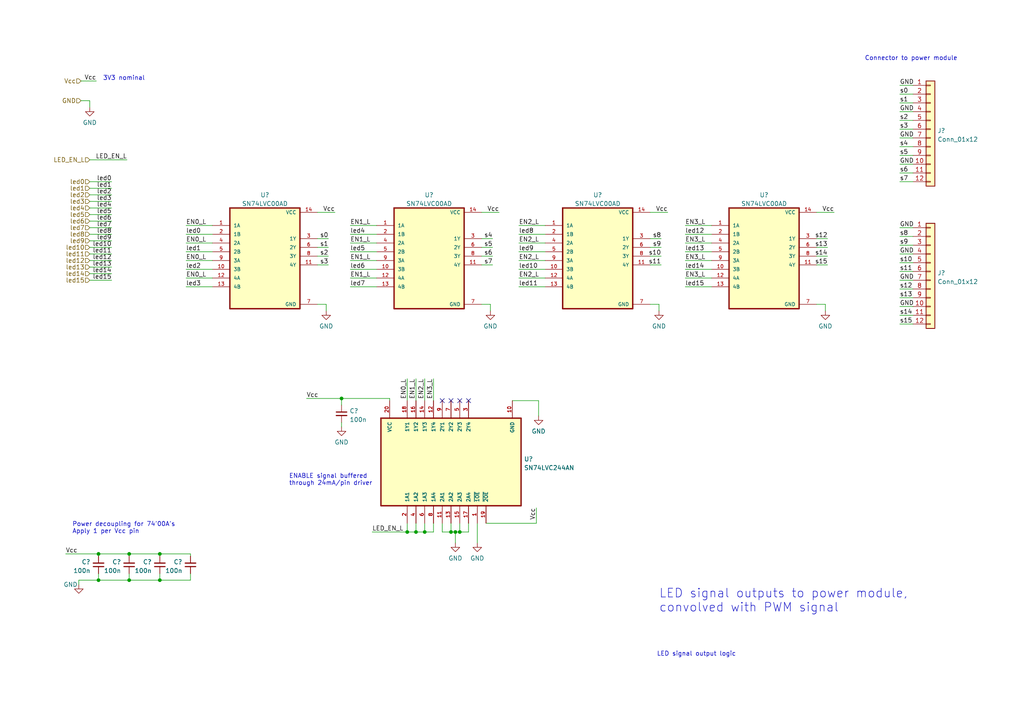
<source format=kicad_sch>
(kicad_sch (version 20211123) (generator eeschema)

  (uuid b27ab3cc-ba8d-4201-a793-497a53a89974)

  (paper "A4")

  (lib_symbols
    (symbol "Aaron-TI-74xx:SN74LVC00AD" (pin_names (offset 1.016)) (in_bom yes) (on_board yes)
      (property "Reference" "U" (id 0) (at -12.7 18.7706 0)
        (effects (font (size 1.27 1.27)) (justify left bottom))
      )
      (property "Value" "SN74LVC00AD" (id 1) (at -12.7 -13.97 0)
        (effects (font (size 1.27 1.27)) (justify left bottom))
      )
      (property "Footprint" "Aaron_TI_Parts:TI_SOIC_D_R-PDSO-G14" (id 2) (at -5.08 -2.54 0)
        (effects (font (size 1.27 1.27)) (justify left bottom) hide)
      )
      (property "Datasheet" "https://www.ti.com/lit/ds/symlink/sn74lvc00a.pdf" (id 3) (at -5.08 -5.08 0)
        (effects (font (size 1.27 1.27)) (justify left bottom) hide)
      )
      (property "ki_description" "Quad NAND Gate 3V3 with 5V0-tolerant inputs (SOIC)" (id 4) (at 0 0 0)
        (effects (font (size 1.27 1.27)) hide)
      )
      (symbol "SN74LVC00AD_0_0"
        (rectangle (start -12.7 17.78) (end 7.62 -11.43)
          (stroke (width 0.4064) (type default) (color 0 0 0 0))
          (fill (type background))
        )
        (pin input line (at -17.78 12.7 0) (length 5.08)
          (name "1A" (effects (font (size 1.016 1.016))))
          (number "1" (effects (font (size 1.016 1.016))))
        )
        (pin input line (at -17.78 0 0) (length 5.08)
          (name "3B" (effects (font (size 1.016 1.016))))
          (number "10" (effects (font (size 1.016 1.016))))
        )
        (pin output line (at 12.7 1.27 180) (length 5.08)
          (name "4Y" (effects (font (size 1.016 1.016))))
          (number "11" (effects (font (size 1.016 1.016))))
        )
        (pin input line (at -17.78 -2.54 0) (length 5.08)
          (name "4A" (effects (font (size 1.016 1.016))))
          (number "12" (effects (font (size 1.016 1.016))))
        )
        (pin input line (at -17.78 -5.08 0) (length 5.08)
          (name "4B" (effects (font (size 1.016 1.016))))
          (number "13" (effects (font (size 1.016 1.016))))
        )
        (pin power_in line (at 12.7 16.51 180) (length 5.08)
          (name "VCC" (effects (font (size 1.016 1.016))))
          (number "14" (effects (font (size 1.016 1.016))))
        )
        (pin input line (at -17.78 10.16 0) (length 5.08)
          (name "1B" (effects (font (size 1.016 1.016))))
          (number "2" (effects (font (size 1.016 1.016))))
        )
        (pin output line (at 12.7 8.89 180) (length 5.08)
          (name "1Y" (effects (font (size 1.016 1.016))))
          (number "3" (effects (font (size 1.016 1.016))))
        )
        (pin input line (at -17.78 7.62 0) (length 5.08)
          (name "2A" (effects (font (size 1.016 1.016))))
          (number "4" (effects (font (size 1.016 1.016))))
        )
        (pin input line (at -17.78 5.08 0) (length 5.08)
          (name "2B" (effects (font (size 1.016 1.016))))
          (number "5" (effects (font (size 1.016 1.016))))
        )
        (pin output line (at 12.7 6.35 180) (length 5.08)
          (name "2Y" (effects (font (size 1.016 1.016))))
          (number "6" (effects (font (size 1.016 1.016))))
        )
        (pin power_in line (at 12.7 -10.16 180) (length 5.08)
          (name "GND" (effects (font (size 1.016 1.016))))
          (number "7" (effects (font (size 1.016 1.016))))
        )
        (pin output line (at 12.7 3.81 180) (length 5.08)
          (name "3Y" (effects (font (size 1.016 1.016))))
          (number "8" (effects (font (size 1.016 1.016))))
        )
        (pin input line (at -17.78 2.54 0) (length 5.08)
          (name "3A" (effects (font (size 1.016 1.016))))
          (number "9" (effects (font (size 1.016 1.016))))
        )
      )
    )
    (symbol "Aaron-TI-Buffers:SN74LVC244AN" (pin_names (offset 1.016)) (in_bom yes) (on_board yes)
      (property "Reference" "U" (id 0) (at -12.7 21.3106 0)
        (effects (font (size 1.27 1.27)) (justify left bottom))
      )
      (property "Value" "SN74LVC244AN" (id 1) (at -12.7 -24.3078 0)
        (effects (font (size 1.27 1.27)) (justify left bottom))
      )
      (property "Footprint" "Aaron_TI_Parts:TI_N_R-PDIP-T20" (id 2) (at 0 0 0)
        (effects (font (size 1.27 1.27)) (justify left bottom) hide)
      )
      (property "Datasheet" "https://www.ti.com/lit/ds/symlink/sn74lvc244a.pdf" (id 3) (at 0 0 0)
        (effects (font (size 1.27 1.27)) (justify left bottom) hide)
      )
      (property "ki_keywords" "buffer 74244 74244A" (id 4) (at 0 0 0)
        (effects (font (size 1.27 1.27)) hide)
      )
      (property "ki_description" "74LVC244A Octal Bus Buffer, noninverting (PDIP)" (id 5) (at 0 0 0)
        (effects (font (size 1.27 1.27)) hide)
      )
      (symbol "SN74LVC244AN_0_0"
        (rectangle (start -12.7 -20.32) (end 12.7 20.32)
          (stroke (width 0.4064) (type default) (color 0 0 0 0))
          (fill (type background))
        )
        (pin input line (at -17.78 -7.62 0) (length 5.08)
          (name "~{1OE}" (effects (font (size 1.016 1.016))))
          (number "1" (effects (font (size 1.016 1.016))))
        )
        (pin power_in line (at 17.78 -17.78 180) (length 5.08)
          (name "GND" (effects (font (size 1.016 1.016))))
          (number "10" (effects (font (size 1.016 1.016))))
        )
        (pin input line (at -17.78 2.54 0) (length 5.08)
          (name "2A1" (effects (font (size 1.016 1.016))))
          (number "11" (effects (font (size 1.016 1.016))))
        )
        (pin output line (at 17.78 5.08 180) (length 5.08)
          (name "1Y4" (effects (font (size 1.016 1.016))))
          (number "12" (effects (font (size 1.016 1.016))))
        )
        (pin input line (at -17.78 0 0) (length 5.08)
          (name "2A2" (effects (font (size 1.016 1.016))))
          (number "13" (effects (font (size 1.016 1.016))))
        )
        (pin output line (at 17.78 7.62 180) (length 5.08)
          (name "1Y3" (effects (font (size 1.016 1.016))))
          (number "14" (effects (font (size 1.016 1.016))))
        )
        (pin input line (at -17.78 -2.54 0) (length 5.08)
          (name "2A3" (effects (font (size 1.016 1.016))))
          (number "15" (effects (font (size 1.016 1.016))))
        )
        (pin output line (at 17.78 10.16 180) (length 5.08)
          (name "1Y2" (effects (font (size 1.016 1.016))))
          (number "16" (effects (font (size 1.016 1.016))))
        )
        (pin input line (at -17.78 -5.08 0) (length 5.08)
          (name "2A4" (effects (font (size 1.016 1.016))))
          (number "17" (effects (font (size 1.016 1.016))))
        )
        (pin output line (at 17.78 12.7 180) (length 5.08)
          (name "1Y1" (effects (font (size 1.016 1.016))))
          (number "18" (effects (font (size 1.016 1.016))))
        )
        (pin input line (at -17.78 -10.16 0) (length 5.08)
          (name "~{2OE}" (effects (font (size 1.016 1.016))))
          (number "19" (effects (font (size 1.016 1.016))))
        )
        (pin input line (at -17.78 12.7 0) (length 5.08)
          (name "1A1" (effects (font (size 1.016 1.016))))
          (number "2" (effects (font (size 1.016 1.016))))
        )
        (pin power_in line (at 17.78 17.78 180) (length 5.08)
          (name "VCC" (effects (font (size 1.016 1.016))))
          (number "20" (effects (font (size 1.016 1.016))))
        )
        (pin output line (at 17.78 -5.08 180) (length 5.08)
          (name "2Y4" (effects (font (size 1.016 1.016))))
          (number "3" (effects (font (size 1.016 1.016))))
        )
        (pin input line (at -17.78 10.16 0) (length 5.08)
          (name "1A2" (effects (font (size 1.016 1.016))))
          (number "4" (effects (font (size 1.016 1.016))))
        )
        (pin output line (at 17.78 -2.54 180) (length 5.08)
          (name "2Y3" (effects (font (size 1.016 1.016))))
          (number "5" (effects (font (size 1.016 1.016))))
        )
        (pin input line (at -17.78 7.62 0) (length 5.08)
          (name "1A3" (effects (font (size 1.016 1.016))))
          (number "6" (effects (font (size 1.016 1.016))))
        )
        (pin output line (at 17.78 0 180) (length 5.08)
          (name "2Y2" (effects (font (size 1.016 1.016))))
          (number "7" (effects (font (size 1.016 1.016))))
        )
        (pin input line (at -17.78 5.08 0) (length 5.08)
          (name "1A4" (effects (font (size 1.016 1.016))))
          (number "8" (effects (font (size 1.016 1.016))))
        )
        (pin output line (at 17.78 2.54 180) (length 5.08)
          (name "2Y1" (effects (font (size 1.016 1.016))))
          (number "9" (effects (font (size 1.016 1.016))))
        )
      )
    )
    (symbol "Connector_Generic:Conn_01x12" (pin_names (offset 1.016) hide) (in_bom yes) (on_board yes)
      (property "Reference" "J" (id 0) (at 0 15.24 0)
        (effects (font (size 1.27 1.27)))
      )
      (property "Value" "Conn_01x12" (id 1) (at 0 -17.78 0)
        (effects (font (size 1.27 1.27)))
      )
      (property "Footprint" "" (id 2) (at 0 0 0)
        (effects (font (size 1.27 1.27)) hide)
      )
      (property "Datasheet" "~" (id 3) (at 0 0 0)
        (effects (font (size 1.27 1.27)) hide)
      )
      (property "ki_keywords" "connector" (id 4) (at 0 0 0)
        (effects (font (size 1.27 1.27)) hide)
      )
      (property "ki_description" "Generic connector, single row, 01x12, script generated (kicad-library-utils/schlib/autogen/connector/)" (id 5) (at 0 0 0)
        (effects (font (size 1.27 1.27)) hide)
      )
      (property "ki_fp_filters" "Connector*:*_1x??_*" (id 6) (at 0 0 0)
        (effects (font (size 1.27 1.27)) hide)
      )
      (symbol "Conn_01x12_1_1"
        (rectangle (start -1.27 -15.113) (end 0 -15.367)
          (stroke (width 0.1524) (type default) (color 0 0 0 0))
          (fill (type none))
        )
        (rectangle (start -1.27 -12.573) (end 0 -12.827)
          (stroke (width 0.1524) (type default) (color 0 0 0 0))
          (fill (type none))
        )
        (rectangle (start -1.27 -10.033) (end 0 -10.287)
          (stroke (width 0.1524) (type default) (color 0 0 0 0))
          (fill (type none))
        )
        (rectangle (start -1.27 -7.493) (end 0 -7.747)
          (stroke (width 0.1524) (type default) (color 0 0 0 0))
          (fill (type none))
        )
        (rectangle (start -1.27 -4.953) (end 0 -5.207)
          (stroke (width 0.1524) (type default) (color 0 0 0 0))
          (fill (type none))
        )
        (rectangle (start -1.27 -2.413) (end 0 -2.667)
          (stroke (width 0.1524) (type default) (color 0 0 0 0))
          (fill (type none))
        )
        (rectangle (start -1.27 0.127) (end 0 -0.127)
          (stroke (width 0.1524) (type default) (color 0 0 0 0))
          (fill (type none))
        )
        (rectangle (start -1.27 2.667) (end 0 2.413)
          (stroke (width 0.1524) (type default) (color 0 0 0 0))
          (fill (type none))
        )
        (rectangle (start -1.27 5.207) (end 0 4.953)
          (stroke (width 0.1524) (type default) (color 0 0 0 0))
          (fill (type none))
        )
        (rectangle (start -1.27 7.747) (end 0 7.493)
          (stroke (width 0.1524) (type default) (color 0 0 0 0))
          (fill (type none))
        )
        (rectangle (start -1.27 10.287) (end 0 10.033)
          (stroke (width 0.1524) (type default) (color 0 0 0 0))
          (fill (type none))
        )
        (rectangle (start -1.27 12.827) (end 0 12.573)
          (stroke (width 0.1524) (type default) (color 0 0 0 0))
          (fill (type none))
        )
        (rectangle (start -1.27 13.97) (end 1.27 -16.51)
          (stroke (width 0.254) (type default) (color 0 0 0 0))
          (fill (type background))
        )
        (pin passive line (at -5.08 12.7 0) (length 3.81)
          (name "Pin_1" (effects (font (size 1.27 1.27))))
          (number "1" (effects (font (size 1.27 1.27))))
        )
        (pin passive line (at -5.08 -10.16 0) (length 3.81)
          (name "Pin_10" (effects (font (size 1.27 1.27))))
          (number "10" (effects (font (size 1.27 1.27))))
        )
        (pin passive line (at -5.08 -12.7 0) (length 3.81)
          (name "Pin_11" (effects (font (size 1.27 1.27))))
          (number "11" (effects (font (size 1.27 1.27))))
        )
        (pin passive line (at -5.08 -15.24 0) (length 3.81)
          (name "Pin_12" (effects (font (size 1.27 1.27))))
          (number "12" (effects (font (size 1.27 1.27))))
        )
        (pin passive line (at -5.08 10.16 0) (length 3.81)
          (name "Pin_2" (effects (font (size 1.27 1.27))))
          (number "2" (effects (font (size 1.27 1.27))))
        )
        (pin passive line (at -5.08 7.62 0) (length 3.81)
          (name "Pin_3" (effects (font (size 1.27 1.27))))
          (number "3" (effects (font (size 1.27 1.27))))
        )
        (pin passive line (at -5.08 5.08 0) (length 3.81)
          (name "Pin_4" (effects (font (size 1.27 1.27))))
          (number "4" (effects (font (size 1.27 1.27))))
        )
        (pin passive line (at -5.08 2.54 0) (length 3.81)
          (name "Pin_5" (effects (font (size 1.27 1.27))))
          (number "5" (effects (font (size 1.27 1.27))))
        )
        (pin passive line (at -5.08 0 0) (length 3.81)
          (name "Pin_6" (effects (font (size 1.27 1.27))))
          (number "6" (effects (font (size 1.27 1.27))))
        )
        (pin passive line (at -5.08 -2.54 0) (length 3.81)
          (name "Pin_7" (effects (font (size 1.27 1.27))))
          (number "7" (effects (font (size 1.27 1.27))))
        )
        (pin passive line (at -5.08 -5.08 0) (length 3.81)
          (name "Pin_8" (effects (font (size 1.27 1.27))))
          (number "8" (effects (font (size 1.27 1.27))))
        )
        (pin passive line (at -5.08 -7.62 0) (length 3.81)
          (name "Pin_9" (effects (font (size 1.27 1.27))))
          (number "9" (effects (font (size 1.27 1.27))))
        )
      )
    )
    (symbol "Device:C_Small" (pin_numbers hide) (pin_names (offset 0.254) hide) (in_bom yes) (on_board yes)
      (property "Reference" "C" (id 0) (at 0.254 1.778 0)
        (effects (font (size 1.27 1.27)) (justify left))
      )
      (property "Value" "C_Small" (id 1) (at 0.254 -2.032 0)
        (effects (font (size 1.27 1.27)) (justify left))
      )
      (property "Footprint" "" (id 2) (at 0 0 0)
        (effects (font (size 1.27 1.27)) hide)
      )
      (property "Datasheet" "~" (id 3) (at 0 0 0)
        (effects (font (size 1.27 1.27)) hide)
      )
      (property "ki_keywords" "capacitor cap" (id 4) (at 0 0 0)
        (effects (font (size 1.27 1.27)) hide)
      )
      (property "ki_description" "Unpolarized capacitor, small symbol" (id 5) (at 0 0 0)
        (effects (font (size 1.27 1.27)) hide)
      )
      (property "ki_fp_filters" "C_*" (id 6) (at 0 0 0)
        (effects (font (size 1.27 1.27)) hide)
      )
      (symbol "C_Small_0_1"
        (polyline
          (pts
            (xy -1.524 -0.508)
            (xy 1.524 -0.508)
          )
          (stroke (width 0.3302) (type default) (color 0 0 0 0))
          (fill (type none))
        )
        (polyline
          (pts
            (xy -1.524 0.508)
            (xy 1.524 0.508)
          )
          (stroke (width 0.3048) (type default) (color 0 0 0 0))
          (fill (type none))
        )
      )
      (symbol "C_Small_1_1"
        (pin passive line (at 0 2.54 270) (length 2.032)
          (name "~" (effects (font (size 1.27 1.27))))
          (number "1" (effects (font (size 1.27 1.27))))
        )
        (pin passive line (at 0 -2.54 90) (length 2.032)
          (name "~" (effects (font (size 1.27 1.27))))
          (number "2" (effects (font (size 1.27 1.27))))
        )
      )
    )
    (symbol "power:GND" (power) (pin_names (offset 0)) (in_bom yes) (on_board yes)
      (property "Reference" "#PWR" (id 0) (at 0 -6.35 0)
        (effects (font (size 1.27 1.27)) hide)
      )
      (property "Value" "GND" (id 1) (at 0 -3.81 0)
        (effects (font (size 1.27 1.27)))
      )
      (property "Footprint" "" (id 2) (at 0 0 0)
        (effects (font (size 1.27 1.27)) hide)
      )
      (property "Datasheet" "" (id 3) (at 0 0 0)
        (effects (font (size 1.27 1.27)) hide)
      )
      (property "ki_keywords" "power-flag" (id 4) (at 0 0 0)
        (effects (font (size 1.27 1.27)) hide)
      )
      (property "ki_description" "Power symbol creates a global label with name \"GND\" , ground" (id 5) (at 0 0 0)
        (effects (font (size 1.27 1.27)) hide)
      )
      (symbol "GND_0_1"
        (polyline
          (pts
            (xy 0 0)
            (xy 0 -1.27)
            (xy 1.27 -1.27)
            (xy 0 -2.54)
            (xy -1.27 -1.27)
            (xy 0 -1.27)
          )
          (stroke (width 0) (type default) (color 0 0 0 0))
          (fill (type none))
        )
      )
      (symbol "GND_1_1"
        (pin power_in line (at 0 0 270) (length 0) hide
          (name "GND" (effects (font (size 1.27 1.27))))
          (number "1" (effects (font (size 1.27 1.27))))
        )
      )
    )
  )

  (junction (at 37.465 160.655) (diameter 0) (color 0 0 0 0)
    (uuid 0539a3e6-da54-464e-a143-8affb73f81ac)
  )
  (junction (at 133.35 154.305) (diameter 0) (color 0 0 0 0)
    (uuid 0f88e06d-c579-4a5d-9d46-de25691b375f)
  )
  (junction (at 46.355 160.655) (diameter 0) (color 0 0 0 0)
    (uuid 1809cfda-1bab-4923-b685-aa78e3493e5f)
  )
  (junction (at 118.11 154.305) (diameter 0) (color 0 0 0 0)
    (uuid 37d1c207-7cc1-41d3-936d-68876ff99053)
  )
  (junction (at 99.06 115.57) (diameter 0) (color 0 0 0 0)
    (uuid b2ba5978-17e7-492e-a5ce-5a55ae5ccb0e)
  )
  (junction (at 28.575 168.275) (diameter 0) (color 0 0 0 0)
    (uuid cc742bab-75dd-497d-a6cd-89c6b4cc52b6)
  )
  (junction (at 130.81 154.305) (diameter 0) (color 0 0 0 0)
    (uuid cdf282dc-dbb3-489a-bf7f-7219ab75bd1e)
  )
  (junction (at 132.08 154.305) (diameter 0) (color 0 0 0 0)
    (uuid cf39e065-2b94-4ab6-ad16-6d8a24eb16e7)
  )
  (junction (at 28.575 160.655) (diameter 0) (color 0 0 0 0)
    (uuid e9ded06d-2b15-4a20-ac22-a612c45dc056)
  )
  (junction (at 37.465 168.275) (diameter 0) (color 0 0 0 0)
    (uuid f501a831-809e-473f-a16f-e190517c94cf)
  )
  (junction (at 46.355 168.275) (diameter 0) (color 0 0 0 0)
    (uuid fabe51a3-19da-4295-81f8-fdc3889ac725)
  )
  (junction (at 123.19 154.305) (diameter 0) (color 0 0 0 0)
    (uuid fc89b516-824b-4437-8dac-6cb93531d540)
  )
  (junction (at 120.65 154.305) (diameter 0) (color 0 0 0 0)
    (uuid fdeb07c6-0024-4de5-9a80-d80f7611bdcb)
  )

  (no_connect (at 133.35 116.205) (uuid 51601cf2-81f3-4a3a-acfb-d95bd842a0ae))
  (no_connect (at 128.27 116.205) (uuid 75079a8e-f6c3-4a31-8827-dad2d6280715))
  (no_connect (at 130.81 116.205) (uuid c1a92e58-1ed1-4b55-96ec-4e6b40bec7b8))
  (no_connect (at 135.89 116.205) (uuid f9a3bc3a-8325-4be1-aa3c-af5c9262f7ca))

  (wire (pts (xy 53.975 83.185) (xy 61.595 83.185))
    (stroke (width 0) (type default) (color 0 0 0 0))
    (uuid 00774d53-8930-4bf5-b80e-cf1f67051c29)
  )
  (wire (pts (xy 156.21 120.65) (xy 156.21 116.205))
    (stroke (width 0) (type default) (color 0 0 0 0))
    (uuid 03744675-5f73-448d-a375-f714a4c34320)
  )
  (wire (pts (xy 260.985 42.545) (xy 264.795 42.545))
    (stroke (width 0) (type default) (color 0 0 0 0))
    (uuid 0404361c-a4bb-4a1c-aceb-8297f1081049)
  )
  (wire (pts (xy 155.575 151.765) (xy 155.575 147.32))
    (stroke (width 0) (type default) (color 0 0 0 0))
    (uuid 09c50095-4a68-4744-843b-92723b109ef5)
  )
  (wire (pts (xy 150.495 83.185) (xy 158.115 83.185))
    (stroke (width 0) (type default) (color 0 0 0 0))
    (uuid 0c1b5d92-a871-4d03-ae4f-637e5ac491de)
  )
  (wire (pts (xy 101.6 78.105) (xy 109.22 78.105))
    (stroke (width 0) (type default) (color 0 0 0 0))
    (uuid 0c61ea6c-bc3f-4031-8ef9-725ad7880d4c)
  )
  (wire (pts (xy 118.11 151.765) (xy 118.11 154.305))
    (stroke (width 0) (type default) (color 0 0 0 0))
    (uuid 10b9899f-a30c-46e3-b38f-5a23164dcab4)
  )
  (wire (pts (xy 28.575 160.655) (xy 37.465 160.655))
    (stroke (width 0) (type default) (color 0 0 0 0))
    (uuid 10f31455-f1f1-4ac3-b7b8-ee90c7702f70)
  )
  (wire (pts (xy 150.495 78.105) (xy 158.115 78.105))
    (stroke (width 0) (type default) (color 0 0 0 0))
    (uuid 12e22ece-e201-4d27-ad84-4064d71293ff)
  )
  (wire (pts (xy 260.985 45.085) (xy 264.795 45.085))
    (stroke (width 0) (type default) (color 0 0 0 0))
    (uuid 145afeeb-1d3c-43c4-b620-933dfc293c85)
  )
  (wire (pts (xy 26.035 64.135) (xy 32.385 64.135))
    (stroke (width 0) (type default) (color 0 0 0 0))
    (uuid 15daaca9-cd8a-4a34-8835-79727b486205)
  )
  (wire (pts (xy 198.755 80.645) (xy 206.375 80.645))
    (stroke (width 0) (type default) (color 0 0 0 0))
    (uuid 195138c0-7c88-4538-bd75-11f347bb6f33)
  )
  (wire (pts (xy 150.495 67.945) (xy 158.115 67.945))
    (stroke (width 0) (type default) (color 0 0 0 0))
    (uuid 1b561b8c-9ac6-465e-bfa9-fc0670ac9704)
  )
  (wire (pts (xy 123.19 109.855) (xy 123.19 116.205))
    (stroke (width 0) (type default) (color 0 0 0 0))
    (uuid 1d0e2839-b726-4c0a-be25-0b854560d444)
  )
  (wire (pts (xy 236.855 88.265) (xy 239.395 88.265))
    (stroke (width 0) (type default) (color 0 0 0 0))
    (uuid 1d788156-3816-456c-b8ff-e64aa75f6e82)
  )
  (wire (pts (xy 260.985 71.12) (xy 264.795 71.12))
    (stroke (width 0) (type default) (color 0 0 0 0))
    (uuid 1df92811-52a6-43a6-b0bb-d4eed0b12d93)
  )
  (wire (pts (xy 260.985 29.845) (xy 264.795 29.845))
    (stroke (width 0) (type default) (color 0 0 0 0))
    (uuid 203c374a-fe94-4cbb-b61d-a109bccd4b5a)
  )
  (wire (pts (xy 139.7 74.295) (xy 142.875 74.295))
    (stroke (width 0) (type default) (color 0 0 0 0))
    (uuid 2099f68c-7f6c-44d2-a9e4-aa090f3885f2)
  )
  (wire (pts (xy 260.985 27.305) (xy 264.795 27.305))
    (stroke (width 0) (type default) (color 0 0 0 0))
    (uuid 23a51dc1-4c20-4089-8ae7-7c7065cbb519)
  )
  (wire (pts (xy 236.855 74.295) (xy 240.03 74.295))
    (stroke (width 0) (type default) (color 0 0 0 0))
    (uuid 26429008-ae8a-4d29-b54a-e1694f0cc7be)
  )
  (wire (pts (xy 92.075 76.835) (xy 95.25 76.835))
    (stroke (width 0) (type default) (color 0 0 0 0))
    (uuid 27bfc53c-d6b8-428a-992a-a9d25fa796b5)
  )
  (wire (pts (xy 53.975 70.485) (xy 61.595 70.485))
    (stroke (width 0) (type default) (color 0 0 0 0))
    (uuid 28149beb-6ba0-461a-a884-217dacb84a50)
  )
  (wire (pts (xy 92.075 69.215) (xy 95.25 69.215))
    (stroke (width 0) (type default) (color 0 0 0 0))
    (uuid 28fa868a-3438-4edc-9924-85b7f20d11b9)
  )
  (wire (pts (xy 188.595 61.595) (xy 193.675 61.595))
    (stroke (width 0) (type default) (color 0 0 0 0))
    (uuid 3215824a-2c8f-4e96-97f1-d0db0aaa182c)
  )
  (wire (pts (xy 92.075 74.295) (xy 95.25 74.295))
    (stroke (width 0) (type default) (color 0 0 0 0))
    (uuid 36891e7b-eab2-4585-a715-c14eeaf3b824)
  )
  (wire (pts (xy 188.595 76.835) (xy 191.77 76.835))
    (stroke (width 0) (type default) (color 0 0 0 0))
    (uuid 390dbba4-e32a-48e3-8d1e-88dfb9ef076e)
  )
  (wire (pts (xy 26.035 60.325) (xy 32.385 60.325))
    (stroke (width 0) (type default) (color 0 0 0 0))
    (uuid 3a050439-7e3f-4a22-a5d5-2284b64c23f3)
  )
  (wire (pts (xy 236.855 76.835) (xy 240.03 76.835))
    (stroke (width 0) (type default) (color 0 0 0 0))
    (uuid 3a50a7d5-a497-461b-9cfe-bc810e92470d)
  )
  (wire (pts (xy 123.19 151.765) (xy 123.19 154.305))
    (stroke (width 0) (type default) (color 0 0 0 0))
    (uuid 3b50bd33-ddaa-4997-8d2c-a99b6aa93cbe)
  )
  (wire (pts (xy 94.615 88.265) (xy 94.615 90.17))
    (stroke (width 0) (type default) (color 0 0 0 0))
    (uuid 3c64301a-2bb1-4984-a6c7-79811d159aeb)
  )
  (wire (pts (xy 53.975 65.405) (xy 61.595 65.405))
    (stroke (width 0) (type default) (color 0 0 0 0))
    (uuid 3c804657-95ef-493a-a82d-b5400edd39f7)
  )
  (wire (pts (xy 23.495 29.21) (xy 26.035 29.21))
    (stroke (width 0) (type default) (color 0 0 0 0))
    (uuid 43451eeb-87e3-49a8-a7fa-78b6d6da740b)
  )
  (wire (pts (xy 128.27 154.305) (xy 130.81 154.305))
    (stroke (width 0) (type default) (color 0 0 0 0))
    (uuid 4378c6ec-771b-4643-b0ea-2ae78081843f)
  )
  (wire (pts (xy 46.355 160.655) (xy 55.245 160.655))
    (stroke (width 0) (type default) (color 0 0 0 0))
    (uuid 44bd6e65-4cd1-4909-9ab0-9f0d1e09c0f1)
  )
  (wire (pts (xy 133.35 154.305) (xy 135.89 154.305))
    (stroke (width 0) (type default) (color 0 0 0 0))
    (uuid 44fb9d26-6be7-4af9-9b52-727c6d2c2acb)
  )
  (wire (pts (xy 260.985 78.74) (xy 264.795 78.74))
    (stroke (width 0) (type default) (color 0 0 0 0))
    (uuid 47116097-4d14-4c41-bc70-e60da593f74d)
  )
  (wire (pts (xy 101.6 75.565) (xy 109.22 75.565))
    (stroke (width 0) (type default) (color 0 0 0 0))
    (uuid 483cf49f-55c1-46e9-a692-976c620307e0)
  )
  (wire (pts (xy 26.035 66.04) (xy 32.385 66.04))
    (stroke (width 0) (type default) (color 0 0 0 0))
    (uuid 4a36201e-3fab-4c6f-8351-b6a13195d07e)
  )
  (wire (pts (xy 26.035 71.755) (xy 32.385 71.755))
    (stroke (width 0) (type default) (color 0 0 0 0))
    (uuid 4b7b9ad3-131e-4f49-9b71-5a5ccf795ef4)
  )
  (wire (pts (xy 37.465 168.275) (xy 46.355 168.275))
    (stroke (width 0) (type default) (color 0 0 0 0))
    (uuid 4ccd0519-d0af-45dc-88e2-9801039a47eb)
  )
  (wire (pts (xy 101.6 80.645) (xy 109.22 80.645))
    (stroke (width 0) (type default) (color 0 0 0 0))
    (uuid 4e27ee66-a623-45c9-a214-ff5447cb2567)
  )
  (wire (pts (xy 125.73 109.855) (xy 125.73 116.205))
    (stroke (width 0) (type default) (color 0 0 0 0))
    (uuid 514ecc23-0675-43eb-a8d8-133ff14e129f)
  )
  (wire (pts (xy 198.755 83.185) (xy 206.375 83.185))
    (stroke (width 0) (type default) (color 0 0 0 0))
    (uuid 5192e1e6-666d-4f6b-ab39-9241b0daa10f)
  )
  (wire (pts (xy 46.355 166.37) (xy 46.355 168.275))
    (stroke (width 0) (type default) (color 0 0 0 0))
    (uuid 52190763-a213-4fd8-bfcf-e6c51cbf395b)
  )
  (wire (pts (xy 26.035 56.515) (xy 32.385 56.515))
    (stroke (width 0) (type default) (color 0 0 0 0))
    (uuid 553ce070-c7e1-413a-8386-3b28011a0bae)
  )
  (wire (pts (xy 139.7 61.595) (xy 144.78 61.595))
    (stroke (width 0) (type default) (color 0 0 0 0))
    (uuid 57c38cf1-e148-4270-8353-31fc330f0182)
  )
  (wire (pts (xy 236.855 61.595) (xy 241.935 61.595))
    (stroke (width 0) (type default) (color 0 0 0 0))
    (uuid 58b3249f-6772-4f4e-b842-037e65189fa2)
  )
  (wire (pts (xy 150.495 70.485) (xy 158.115 70.485))
    (stroke (width 0) (type default) (color 0 0 0 0))
    (uuid 59521936-1002-406f-bdfe-7a8b177566d6)
  )
  (wire (pts (xy 99.06 115.57) (xy 113.03 115.57))
    (stroke (width 0) (type default) (color 0 0 0 0))
    (uuid 5c8aef63-2bcc-4122-b51b-d176e3c66951)
  )
  (wire (pts (xy 120.65 151.765) (xy 120.65 154.305))
    (stroke (width 0) (type default) (color 0 0 0 0))
    (uuid 5ca66a33-8465-4de2-b8d8-2937975fd877)
  )
  (wire (pts (xy 26.035 58.42) (xy 32.385 58.42))
    (stroke (width 0) (type default) (color 0 0 0 0))
    (uuid 5f0c1aac-25f2-4d4d-9fb1-046962788f3e)
  )
  (wire (pts (xy 26.035 62.23) (xy 32.385 62.23))
    (stroke (width 0) (type default) (color 0 0 0 0))
    (uuid 63a0c761-af4e-4de1-bcf0-306e2e952e3c)
  )
  (wire (pts (xy 55.245 166.37) (xy 55.245 168.275))
    (stroke (width 0) (type default) (color 0 0 0 0))
    (uuid 6602d737-bc0a-450e-bf3c-27bcd59c4c25)
  )
  (wire (pts (xy 128.27 151.765) (xy 128.27 154.305))
    (stroke (width 0) (type default) (color 0 0 0 0))
    (uuid 6c40a4c4-f0bf-4021-b12d-a0f776b38dd0)
  )
  (wire (pts (xy 150.495 80.645) (xy 158.115 80.645))
    (stroke (width 0) (type default) (color 0 0 0 0))
    (uuid 6c6e6c0a-4477-494a-bac2-44235816b539)
  )
  (wire (pts (xy 260.985 81.28) (xy 264.795 81.28))
    (stroke (width 0) (type default) (color 0 0 0 0))
    (uuid 6c73731d-133a-4438-8672-3563f7b63a1f)
  )
  (wire (pts (xy 53.975 78.105) (xy 61.595 78.105))
    (stroke (width 0) (type default) (color 0 0 0 0))
    (uuid 6f4bcaa0-269b-4aa2-899b-5b145d6dd91b)
  )
  (wire (pts (xy 37.465 160.655) (xy 37.465 161.29))
    (stroke (width 0) (type default) (color 0 0 0 0))
    (uuid 6ff969fc-255d-4187-882a-1333ec5556ce)
  )
  (wire (pts (xy 92.075 71.755) (xy 95.25 71.755))
    (stroke (width 0) (type default) (color 0 0 0 0))
    (uuid 715b1439-61b3-48dc-a121-9b90d43b2e03)
  )
  (wire (pts (xy 53.975 75.565) (xy 61.595 75.565))
    (stroke (width 0) (type default) (color 0 0 0 0))
    (uuid 719ce52b-e5df-412f-89e7-8f2492e17ae9)
  )
  (wire (pts (xy 132.08 154.305) (xy 132.08 157.48))
    (stroke (width 0) (type default) (color 0 0 0 0))
    (uuid 738b83dc-7daf-4c38-ae94-07ed28a1ea6a)
  )
  (wire (pts (xy 26.035 46.355) (xy 36.83 46.355))
    (stroke (width 0) (type default) (color 0 0 0 0))
    (uuid 73b95baa-9794-4882-892a-42e51aff7ee5)
  )
  (wire (pts (xy 118.11 109.855) (xy 118.11 116.205))
    (stroke (width 0) (type default) (color 0 0 0 0))
    (uuid 73f2b115-e957-473b-b2ea-f06eb783e731)
  )
  (wire (pts (xy 260.985 50.165) (xy 264.795 50.165))
    (stroke (width 0) (type default) (color 0 0 0 0))
    (uuid 750657f8-478b-4aa2-b8ae-769e80a4ef74)
  )
  (wire (pts (xy 26.035 81.28) (xy 32.385 81.28))
    (stroke (width 0) (type default) (color 0 0 0 0))
    (uuid 76987e0c-eb37-4da6-9158-91c818f86d2b)
  )
  (wire (pts (xy 260.985 24.765) (xy 264.795 24.765))
    (stroke (width 0) (type default) (color 0 0 0 0))
    (uuid 77fa9688-3c1b-4e6a-987b-057252e33669)
  )
  (wire (pts (xy 101.6 67.945) (xy 109.22 67.945))
    (stroke (width 0) (type default) (color 0 0 0 0))
    (uuid 79a31790-4cec-4660-93d6-8af68303c8e7)
  )
  (wire (pts (xy 198.755 65.405) (xy 206.375 65.405))
    (stroke (width 0) (type default) (color 0 0 0 0))
    (uuid 7b3b9332-4578-4c91-b525-a812989fe3ef)
  )
  (wire (pts (xy 130.81 151.765) (xy 130.81 154.305))
    (stroke (width 0) (type default) (color 0 0 0 0))
    (uuid 7b3f25cb-ebf4-4d53-addf-1eccc87bae64)
  )
  (wire (pts (xy 101.6 65.405) (xy 109.22 65.405))
    (stroke (width 0) (type default) (color 0 0 0 0))
    (uuid 7e40114f-4487-41b6-8a88-334f211f43eb)
  )
  (wire (pts (xy 37.465 166.37) (xy 37.465 168.275))
    (stroke (width 0) (type default) (color 0 0 0 0))
    (uuid 7e453075-8c49-4470-8aaa-18ae1231ed50)
  )
  (wire (pts (xy 236.855 71.755) (xy 240.03 71.755))
    (stroke (width 0) (type default) (color 0 0 0 0))
    (uuid 7f3e4e99-e305-4642-bc69-a2bdc1f4c207)
  )
  (wire (pts (xy 239.395 88.265) (xy 239.395 90.17))
    (stroke (width 0) (type default) (color 0 0 0 0))
    (uuid 8406bf91-d96d-4f48-ad13-58b700a7b8ac)
  )
  (wire (pts (xy 260.985 47.625) (xy 264.795 47.625))
    (stroke (width 0) (type default) (color 0 0 0 0))
    (uuid 875e789e-e043-4975-b9f1-42ad8ebd54e4)
  )
  (wire (pts (xy 142.24 88.265) (xy 142.24 90.17))
    (stroke (width 0) (type default) (color 0 0 0 0))
    (uuid 89268053-6eca-466d-86ee-c82a7a108ac7)
  )
  (wire (pts (xy 139.7 88.265) (xy 142.24 88.265))
    (stroke (width 0) (type default) (color 0 0 0 0))
    (uuid 8b7492ac-a135-4b59-a349-2de0355ef3ad)
  )
  (wire (pts (xy 198.755 67.945) (xy 206.375 67.945))
    (stroke (width 0) (type default) (color 0 0 0 0))
    (uuid 8e9029f7-0a45-4b8c-b96f-c2e7747d12ef)
  )
  (wire (pts (xy 260.985 91.44) (xy 264.795 91.44))
    (stroke (width 0) (type default) (color 0 0 0 0))
    (uuid 8f71f355-464f-4f2a-b3bb-df6ef757ed67)
  )
  (wire (pts (xy 138.43 151.765) (xy 138.43 157.48))
    (stroke (width 0) (type default) (color 0 0 0 0))
    (uuid 904edd67-bb0e-43ec-aab9-09bb8c3ed308)
  )
  (wire (pts (xy 260.985 34.925) (xy 264.795 34.925))
    (stroke (width 0) (type default) (color 0 0 0 0))
    (uuid 912b8917-0f02-4b5a-89fb-d8e37645de8a)
  )
  (wire (pts (xy 198.755 73.025) (xy 206.375 73.025))
    (stroke (width 0) (type default) (color 0 0 0 0))
    (uuid 922ed1c5-1348-41e3-a1df-d772c905f692)
  )
  (wire (pts (xy 132.08 154.305) (xy 133.35 154.305))
    (stroke (width 0) (type default) (color 0 0 0 0))
    (uuid 92d33ec7-5d54-4f7a-9022-3e408b33b3e7)
  )
  (wire (pts (xy 260.985 37.465) (xy 264.795 37.465))
    (stroke (width 0) (type default) (color 0 0 0 0))
    (uuid 92ead9ce-8afa-4d1b-9424-8e96880b0e18)
  )
  (wire (pts (xy 260.985 88.9) (xy 264.795 88.9))
    (stroke (width 0) (type default) (color 0 0 0 0))
    (uuid 936ae3d5-e8de-460c-b8d7-a53583920cb4)
  )
  (wire (pts (xy 120.65 109.855) (xy 120.65 116.205))
    (stroke (width 0) (type default) (color 0 0 0 0))
    (uuid 937be032-3135-49e5-a031-deef3b920a6a)
  )
  (wire (pts (xy 46.355 168.275) (xy 55.245 168.275))
    (stroke (width 0) (type default) (color 0 0 0 0))
    (uuid 938e6fd3-9afb-4ce7-8555-e0949535e7c9)
  )
  (wire (pts (xy 99.06 122.555) (xy 99.06 123.825))
    (stroke (width 0) (type default) (color 0 0 0 0))
    (uuid 972943dc-4ae1-4772-bbb6-964878c20d6c)
  )
  (wire (pts (xy 120.65 154.305) (xy 118.11 154.305))
    (stroke (width 0) (type default) (color 0 0 0 0))
    (uuid 99d85078-7830-495e-88b5-e84d22641771)
  )
  (wire (pts (xy 260.985 52.705) (xy 264.795 52.705))
    (stroke (width 0) (type default) (color 0 0 0 0))
    (uuid 9e4e2964-9c53-4c96-a587-fd1c39a5918b)
  )
  (wire (pts (xy 260.985 86.36) (xy 264.795 86.36))
    (stroke (width 0) (type default) (color 0 0 0 0))
    (uuid 9f9c1f9e-fd37-4073-9977-451f860daf6d)
  )
  (wire (pts (xy 107.95 154.305) (xy 118.11 154.305))
    (stroke (width 0) (type default) (color 0 0 0 0))
    (uuid a07c4ee8-382d-4891-9651-628161f6e301)
  )
  (wire (pts (xy 150.495 73.025) (xy 158.115 73.025))
    (stroke (width 0) (type default) (color 0 0 0 0))
    (uuid a1752f68-4e13-4c3b-9b1d-1dadee0066d4)
  )
  (wire (pts (xy 19.05 160.655) (xy 28.575 160.655))
    (stroke (width 0) (type default) (color 0 0 0 0))
    (uuid a5eee55a-8729-4bcc-99a1-e3e5fb64ba26)
  )
  (wire (pts (xy 260.985 68.58) (xy 264.795 68.58))
    (stroke (width 0) (type default) (color 0 0 0 0))
    (uuid a61a035d-39c2-4592-b7f8-e8f33ef20d2e)
  )
  (wire (pts (xy 260.985 73.66) (xy 264.795 73.66))
    (stroke (width 0) (type default) (color 0 0 0 0))
    (uuid a833e281-d519-4318-a9c6-3cefb4c5403d)
  )
  (wire (pts (xy 135.89 151.765) (xy 135.89 154.305))
    (stroke (width 0) (type default) (color 0 0 0 0))
    (uuid a8629848-6157-4a85-9f5b-cae9f7a7df42)
  )
  (wire (pts (xy 55.245 160.655) (xy 55.245 161.29))
    (stroke (width 0) (type default) (color 0 0 0 0))
    (uuid ac3f9269-6d5d-44b5-96bb-ebfe10933f52)
  )
  (wire (pts (xy 53.975 73.025) (xy 61.595 73.025))
    (stroke (width 0) (type default) (color 0 0 0 0))
    (uuid aeb1154c-5e97-46a2-abdc-c30c4b918766)
  )
  (wire (pts (xy 46.355 160.655) (xy 46.355 161.29))
    (stroke (width 0) (type default) (color 0 0 0 0))
    (uuid af076ef0-5f55-4138-9fd8-cc46dedd106d)
  )
  (wire (pts (xy 101.6 73.025) (xy 109.22 73.025))
    (stroke (width 0) (type default) (color 0 0 0 0))
    (uuid af1e82c2-e65c-4129-8f39-3ab920b804ea)
  )
  (wire (pts (xy 125.73 154.305) (xy 123.19 154.305))
    (stroke (width 0) (type default) (color 0 0 0 0))
    (uuid af25862c-d062-49f1-9417-7de70b98c10f)
  )
  (wire (pts (xy 260.985 83.82) (xy 264.795 83.82))
    (stroke (width 0) (type default) (color 0 0 0 0))
    (uuid b71dcdb5-a21e-41f4-9801-4ef59d5ddb9d)
  )
  (wire (pts (xy 26.035 73.66) (xy 32.385 73.66))
    (stroke (width 0) (type default) (color 0 0 0 0))
    (uuid b7c28105-843a-4428-a560-7dd2b490f2b7)
  )
  (wire (pts (xy 156.21 116.205) (xy 148.59 116.205))
    (stroke (width 0) (type default) (color 0 0 0 0))
    (uuid b856f2e1-d70b-4083-94b4-b557f6896eed)
  )
  (wire (pts (xy 26.035 52.705) (xy 32.385 52.705))
    (stroke (width 0) (type default) (color 0 0 0 0))
    (uuid baa14937-ffe0-409a-ba26-7c1a143a98de)
  )
  (wire (pts (xy 139.7 71.755) (xy 142.875 71.755))
    (stroke (width 0) (type default) (color 0 0 0 0))
    (uuid bb9109bb-222d-492c-8230-670100a635de)
  )
  (wire (pts (xy 23.495 23.495) (xy 27.94 23.495))
    (stroke (width 0) (type default) (color 0 0 0 0))
    (uuid bbdc816b-963a-411e-a33f-89f745df34f8)
  )
  (wire (pts (xy 26.035 54.61) (xy 32.385 54.61))
    (stroke (width 0) (type default) (color 0 0 0 0))
    (uuid bd77d4da-2421-46eb-9c83-3023827bf9fd)
  )
  (wire (pts (xy 130.81 154.305) (xy 132.08 154.305))
    (stroke (width 0) (type default) (color 0 0 0 0))
    (uuid bdf77a32-ad9b-4e70-9795-3df261b84112)
  )
  (wire (pts (xy 260.985 66.04) (xy 264.795 66.04))
    (stroke (width 0) (type default) (color 0 0 0 0))
    (uuid bf60ac91-2959-4276-b6da-097746fe8625)
  )
  (wire (pts (xy 260.985 76.2) (xy 264.795 76.2))
    (stroke (width 0) (type default) (color 0 0 0 0))
    (uuid bff09806-8522-4e01-8e32-1732d2d2b85e)
  )
  (wire (pts (xy 188.595 88.265) (xy 191.135 88.265))
    (stroke (width 0) (type default) (color 0 0 0 0))
    (uuid c6828c2f-b2b8-4332-8e2b-dee099b906d0)
  )
  (wire (pts (xy 26.035 69.85) (xy 32.385 69.85))
    (stroke (width 0) (type default) (color 0 0 0 0))
    (uuid c6d64002-c5ad-4626-a0fc-e6a1934ddeb6)
  )
  (wire (pts (xy 188.595 71.755) (xy 191.77 71.755))
    (stroke (width 0) (type default) (color 0 0 0 0))
    (uuid ccd2dc07-1230-4bed-9ea6-13615b1b011a)
  )
  (wire (pts (xy 53.975 80.645) (xy 61.595 80.645))
    (stroke (width 0) (type default) (color 0 0 0 0))
    (uuid cd549aaa-51bf-4d54-a1d4-22a0e62a83d7)
  )
  (wire (pts (xy 28.575 166.37) (xy 28.575 168.275))
    (stroke (width 0) (type default) (color 0 0 0 0))
    (uuid cd588f88-4d20-4494-abbf-ae1d2051e45b)
  )
  (wire (pts (xy 26.035 75.565) (xy 32.385 75.565))
    (stroke (width 0) (type default) (color 0 0 0 0))
    (uuid ce69fa53-7320-4e46-bdf1-f692bcba9fb4)
  )
  (wire (pts (xy 236.855 69.215) (xy 240.03 69.215))
    (stroke (width 0) (type default) (color 0 0 0 0))
    (uuid cfb9a92c-3a86-4769-88e3-6a3f3723d185)
  )
  (wire (pts (xy 26.035 67.945) (xy 32.385 67.945))
    (stroke (width 0) (type default) (color 0 0 0 0))
    (uuid d0375f16-53f6-4fb0-a319-1070b61b2417)
  )
  (wire (pts (xy 101.6 83.185) (xy 109.22 83.185))
    (stroke (width 0) (type default) (color 0 0 0 0))
    (uuid d07f2531-f5e2-4a65-9b40-67a1d90eb09e)
  )
  (wire (pts (xy 92.075 88.265) (xy 94.615 88.265))
    (stroke (width 0) (type default) (color 0 0 0 0))
    (uuid d474ee39-4c7b-4e6d-91e0-130ca4649977)
  )
  (wire (pts (xy 198.755 78.105) (xy 206.375 78.105))
    (stroke (width 0) (type default) (color 0 0 0 0))
    (uuid d5d8141c-3edf-410e-8a17-f0cc43ce3cec)
  )
  (wire (pts (xy 88.9 115.57) (xy 99.06 115.57))
    (stroke (width 0) (type default) (color 0 0 0 0))
    (uuid d78967ce-271e-4af0-a031-2b52c5e68047)
  )
  (wire (pts (xy 140.97 151.765) (xy 155.575 151.765))
    (stroke (width 0) (type default) (color 0 0 0 0))
    (uuid d848cf6f-0548-4016-bba4-ddea192c9789)
  )
  (wire (pts (xy 125.73 151.765) (xy 125.73 154.305))
    (stroke (width 0) (type default) (color 0 0 0 0))
    (uuid d8b6acb1-d0b8-4fe4-bdc6-4ccd82776588)
  )
  (wire (pts (xy 92.075 61.595) (xy 97.155 61.595))
    (stroke (width 0) (type default) (color 0 0 0 0))
    (uuid da87ae38-2466-4773-9c12-5cd735810ce0)
  )
  (wire (pts (xy 260.985 32.385) (xy 264.795 32.385))
    (stroke (width 0) (type default) (color 0 0 0 0))
    (uuid db6f45db-9526-4895-8fe8-e7879e9b8cc9)
  )
  (wire (pts (xy 26.035 29.21) (xy 26.035 31.115))
    (stroke (width 0) (type default) (color 0 0 0 0))
    (uuid dd3aeaf3-855e-4aec-9f5d-6a2135460538)
  )
  (wire (pts (xy 123.19 154.305) (xy 120.65 154.305))
    (stroke (width 0) (type default) (color 0 0 0 0))
    (uuid ddc3df65-edd1-41da-b7ff-92ed348b9b1e)
  )
  (wire (pts (xy 101.6 70.485) (xy 109.22 70.485))
    (stroke (width 0) (type default) (color 0 0 0 0))
    (uuid e06d1b5c-d532-4738-9b6f-e73576e8a140)
  )
  (wire (pts (xy 191.135 88.265) (xy 191.135 90.17))
    (stroke (width 0) (type default) (color 0 0 0 0))
    (uuid e0a4c972-76f6-4bd0-a206-119397cf0d21)
  )
  (wire (pts (xy 198.755 75.565) (xy 206.375 75.565))
    (stroke (width 0) (type default) (color 0 0 0 0))
    (uuid e47bd435-c3b4-44a9-8e6b-55f639342c94)
  )
  (wire (pts (xy 113.03 115.57) (xy 113.03 116.205))
    (stroke (width 0) (type default) (color 0 0 0 0))
    (uuid e5644201-a404-46f8-a845-3b1876166ba9)
  )
  (wire (pts (xy 260.985 93.98) (xy 264.795 93.98))
    (stroke (width 0) (type default) (color 0 0 0 0))
    (uuid e5a47f9b-8d88-4127-9b8a-21d8cbba7e65)
  )
  (wire (pts (xy 188.595 74.295) (xy 191.77 74.295))
    (stroke (width 0) (type default) (color 0 0 0 0))
    (uuid e6dc77fc-42b0-4651-b155-12f86f4fb820)
  )
  (wire (pts (xy 28.575 168.275) (xy 37.465 168.275))
    (stroke (width 0) (type default) (color 0 0 0 0))
    (uuid e8b63b1d-e1fd-47d3-a96a-145082331de5)
  )
  (wire (pts (xy 22.86 168.275) (xy 28.575 168.275))
    (stroke (width 0) (type default) (color 0 0 0 0))
    (uuid e8d12c48-5a3a-4944-85c3-a075b74d77f1)
  )
  (wire (pts (xy 133.35 151.765) (xy 133.35 154.305))
    (stroke (width 0) (type default) (color 0 0 0 0))
    (uuid eb53b8c9-78a1-432c-8f40-c2413a3f0be5)
  )
  (wire (pts (xy 260.985 40.005) (xy 264.795 40.005))
    (stroke (width 0) (type default) (color 0 0 0 0))
    (uuid eb8595cd-0468-4c49-9962-99563ff8705d)
  )
  (wire (pts (xy 99.06 117.475) (xy 99.06 115.57))
    (stroke (width 0) (type default) (color 0 0 0 0))
    (uuid ec509e18-13b6-4844-b945-76b59ff87e52)
  )
  (wire (pts (xy 188.595 69.215) (xy 191.77 69.215))
    (stroke (width 0) (type default) (color 0 0 0 0))
    (uuid eccbd985-8850-4e82-afbb-b88827382899)
  )
  (wire (pts (xy 22.86 168.275) (xy 22.86 169.545))
    (stroke (width 0) (type default) (color 0 0 0 0))
    (uuid ed805df6-75bf-4003-ad18-2b3dcb1762c8)
  )
  (wire (pts (xy 26.035 79.375) (xy 32.385 79.375))
    (stroke (width 0) (type default) (color 0 0 0 0))
    (uuid f3963b92-317b-4ee0-ab7a-f805aebb6e87)
  )
  (wire (pts (xy 28.575 160.655) (xy 28.575 161.29))
    (stroke (width 0) (type default) (color 0 0 0 0))
    (uuid f4bf09f9-49a0-4d09-890c-2fc2504e9286)
  )
  (wire (pts (xy 139.7 69.215) (xy 142.875 69.215))
    (stroke (width 0) (type default) (color 0 0 0 0))
    (uuid f8729884-94f8-430a-a9d2-26d128db4021)
  )
  (wire (pts (xy 26.035 77.47) (xy 32.385 77.47))
    (stroke (width 0) (type default) (color 0 0 0 0))
    (uuid f893a184-5f7e-49ff-8b9a-8767b7e15b6d)
  )
  (wire (pts (xy 150.495 75.565) (xy 158.115 75.565))
    (stroke (width 0) (type default) (color 0 0 0 0))
    (uuid f89416fc-780a-48e1-8223-dbdc718790f6)
  )
  (wire (pts (xy 37.465 160.655) (xy 46.355 160.655))
    (stroke (width 0) (type default) (color 0 0 0 0))
    (uuid f9bc5d69-2996-452a-98b7-23857f4aeeaa)
  )
  (wire (pts (xy 139.7 76.835) (xy 142.875 76.835))
    (stroke (width 0) (type default) (color 0 0 0 0))
    (uuid faebd1cb-46d3-43e2-b7d4-60bd10eedd59)
  )
  (wire (pts (xy 150.495 65.405) (xy 158.115 65.405))
    (stroke (width 0) (type default) (color 0 0 0 0))
    (uuid fb488312-8f55-480d-b09e-4838affa42bb)
  )
  (wire (pts (xy 53.975 67.945) (xy 61.595 67.945))
    (stroke (width 0) (type default) (color 0 0 0 0))
    (uuid fb8c4176-d3b7-4f19-b7ae-34330214140b)
  )
  (wire (pts (xy 198.755 70.485) (xy 206.375 70.485))
    (stroke (width 0) (type default) (color 0 0 0 0))
    (uuid ffbce7be-59fc-4a22-8d33-2cc2b1dbe1b7)
  )

  (text "Connector to power module" (at 250.8001 17.7314 0)
    (effects (font (size 1.27 1.27)) (justify left bottom))
    (uuid 39d535b4-b8a8-478c-b1eb-945dbf350c86)
  )
  (text "LED signal output logic" (at 190.5 190.5 0)
    (effects (font (size 1.27 1.27)) (justify left bottom))
    (uuid 3fa40a47-8c36-40f2-a279-3c8ffc18657f)
  )
  (text "Power decoupling for 74'00A's\nApply 1 per Vcc pin" (at 20.955 154.94 0)
    (effects (font (size 1.27 1.27)) (justify left bottom))
    (uuid 5e59822d-d80e-4d80-9708-979037db3a05)
  )
  (text "ENABLE signal buffered\nthrough 24mA/pin driver" (at 83.82 140.97 0)
    (effects (font (size 1.27 1.27)) (justify left bottom))
    (uuid 693b68b0-d8cd-4e04-8a17-0372dea7c767)
  )
  (text "LED signal outputs to power module,\nconvolved with PWM signal"
    (at 191.135 177.8 0)
    (effects (font (size 2.54 2.54)) (justify left bottom))
    (uuid 767a4762-ca17-41f9-aa6b-5710144ddebf)
  )
  (text "3V3 nominal" (at 29.845 23.495 0)
    (effects (font (size 1.27 1.27)) (justify left bottom))
    (uuid 878e2782-3573-4b32-927e-b921e328aa46)
  )

  (label "led3" (at 32.385 58.42 180)
    (effects (font (size 1.27 1.27)) (justify right bottom))
    (uuid 02969662-b6f8-4d04-81fb-e9b1daf7a896)
  )
  (label "led10" (at 150.495 78.105 0)
    (effects (font (size 1.27 1.27)) (justify left bottom))
    (uuid 04071c84-c6d8-4396-ad29-96bc6f93152d)
  )
  (label "s0" (at 260.985 27.305 0)
    (effects (font (size 1.27 1.27)) (justify left bottom))
    (uuid 0f8d2823-14ed-4a77-8162-e710238e936d)
  )
  (label "GND" (at 260.985 88.9 0)
    (effects (font (size 1.27 1.27)) (justify left bottom))
    (uuid 1051cf24-f3c1-4b2f-8d27-e9b4239690a7)
  )
  (label "s14" (at 260.985 91.44 0)
    (effects (font (size 1.27 1.27)) (justify left bottom))
    (uuid 1372f48b-8b2b-4613-9569-513b6ff9e28d)
  )
  (label "EN3_L" (at 198.755 80.645 0)
    (effects (font (size 1.27 1.27)) (justify left bottom))
    (uuid 188f62c1-2c1b-4450-887b-e48a42c0b63a)
  )
  (label "EN3_L" (at 198.755 65.405 0)
    (effects (font (size 1.27 1.27)) (justify left bottom))
    (uuid 1be7c37e-e3b2-4851-b41e-d56fb32b9e09)
  )
  (label "EN3_L" (at 198.755 75.565 0)
    (effects (font (size 1.27 1.27)) (justify left bottom))
    (uuid 211c4733-dac2-4168-8355-93d85207f62f)
  )
  (label "led8" (at 32.385 67.945 180)
    (effects (font (size 1.27 1.27)) (justify right bottom))
    (uuid 2414fa11-6b66-4df9-9318-a62a7c94564a)
  )
  (label "led14" (at 198.755 78.105 0)
    (effects (font (size 1.27 1.27)) (justify left bottom))
    (uuid 286cab5d-819f-4630-b843-26700515d1f5)
  )
  (label "led15" (at 32.385 81.28 180)
    (effects (font (size 1.27 1.27)) (justify right bottom))
    (uuid 296cb5bb-e8e7-400a-bc4e-31228e3f7614)
  )
  (label "EN1_L" (at 101.6 70.485 0)
    (effects (font (size 1.27 1.27)) (justify left bottom))
    (uuid 296db0df-e645-4d57-a246-985ecec590fa)
  )
  (label "led5" (at 101.6 73.025 0)
    (effects (font (size 1.27 1.27)) (justify left bottom))
    (uuid 29c1899d-a240-41cd-8ae3-4dcba67888d3)
  )
  (label "Vcc" (at 241.935 61.595 180)
    (effects (font (size 1.27 1.27)) (justify right bottom))
    (uuid 2a8cd998-4da2-4902-9c4c-40c3164ee330)
  )
  (label "GND" (at 260.985 81.28 0)
    (effects (font (size 1.27 1.27)) (justify left bottom))
    (uuid 2ba13465-424c-445e-96a2-eafa14f9c77a)
  )
  (label "s9" (at 260.985 71.12 0)
    (effects (font (size 1.27 1.27)) (justify left bottom))
    (uuid 2ede41b1-3e6f-4a4e-9ef9-30a081a4ed79)
  )
  (label "led13" (at 32.385 77.47 180)
    (effects (font (size 1.27 1.27)) (justify right bottom))
    (uuid 396bd4a2-80b8-46df-a13f-ea8e95b6bdb6)
  )
  (label "EN0_L" (at 53.975 70.485 0)
    (effects (font (size 1.27 1.27)) (justify left bottom))
    (uuid 39a9cf48-8c69-4289-bcbc-9088ab6f6bd4)
  )
  (label "s2" (at 95.25 74.295 180)
    (effects (font (size 1.27 1.27)) (justify right bottom))
    (uuid 3a207f10-811e-405e-8dc0-35076fa45898)
  )
  (label "EN1_L" (at 101.6 65.405 0)
    (effects (font (size 1.27 1.27)) (justify left bottom))
    (uuid 3e40d5d7-a319-4132-b79b-57b1d37de06d)
  )
  (label "GND" (at 260.985 24.765 0)
    (effects (font (size 1.27 1.27)) (justify left bottom))
    (uuid 4661be49-8b71-4d6a-97c9-c9b44ea6bab0)
  )
  (label "led13" (at 198.755 73.025 0)
    (effects (font (size 1.27 1.27)) (justify left bottom))
    (uuid 493c459a-53f4-4db3-aded-f8712d7314da)
  )
  (label "s4" (at 260.985 42.545 0)
    (effects (font (size 1.27 1.27)) (justify left bottom))
    (uuid 4c872c72-7ade-4dba-8b58-16c936dcb90a)
  )
  (label "s3" (at 260.985 37.465 0)
    (effects (font (size 1.27 1.27)) (justify left bottom))
    (uuid 4e10cf16-fa6d-46ca-a5e5-bde6bd43cc00)
  )
  (label "led7" (at 101.6 83.185 0)
    (effects (font (size 1.27 1.27)) (justify left bottom))
    (uuid 4e540801-3866-4806-b49a-7f38c7097e9e)
  )
  (label "Vcc" (at 97.155 61.595 180)
    (effects (font (size 1.27 1.27)) (justify right bottom))
    (uuid 50b89d71-8fd2-4ea4-b4f3-2c954af92bbb)
  )
  (label "led1" (at 32.385 54.61 180)
    (effects (font (size 1.27 1.27)) (justify right bottom))
    (uuid 5155e09f-c741-44fb-8744-6df2642dbf8a)
  )
  (label "s8" (at 191.77 69.215 180)
    (effects (font (size 1.27 1.27)) (justify right bottom))
    (uuid 528ec391-38c0-4c96-9975-7dacb1e30217)
  )
  (label "s5" (at 142.875 71.755 180)
    (effects (font (size 1.27 1.27)) (justify right bottom))
    (uuid 5300c98e-3ae2-4e4f-992d-85b831f33b1d)
  )
  (label "s2" (at 260.985 34.925 0)
    (effects (font (size 1.27 1.27)) (justify left bottom))
    (uuid 5d7b9bbb-5d27-4145-b8db-877bbcc1128e)
  )
  (label "led10" (at 32.385 71.755 180)
    (effects (font (size 1.27 1.27)) (justify right bottom))
    (uuid 5e3347f2-9c53-46a4-8f48-f5924b565dfd)
  )
  (label "led4" (at 32.385 60.325 180)
    (effects (font (size 1.27 1.27)) (justify right bottom))
    (uuid 621276d1-051c-4225-bde8-c32b4ed05998)
  )
  (label "s3" (at 95.25 76.835 180)
    (effects (font (size 1.27 1.27)) (justify right bottom))
    (uuid 62fe421c-587c-4bcc-a152-9f2115d877ae)
  )
  (label "led11" (at 150.495 83.185 0)
    (effects (font (size 1.27 1.27)) (justify left bottom))
    (uuid 648bf291-d0d5-41f0-a737-92e4cdc5406f)
  )
  (label "EN2_L" (at 150.495 80.645 0)
    (effects (font (size 1.27 1.27)) (justify left bottom))
    (uuid 69cfd345-ee35-4a06-a189-99e49e59d850)
  )
  (label "led9" (at 32.385 69.85 180)
    (effects (font (size 1.27 1.27)) (justify right bottom))
    (uuid 69e712f1-89a2-4b1f-8e8e-66c151aca4d1)
  )
  (label "EN1_L" (at 120.65 109.855 270)
    (effects (font (size 1.27 1.27)) (justify right bottom))
    (uuid 6aa4f422-e317-4c72-8396-af73683ddb5b)
  )
  (label "led6" (at 32.385 64.135 180)
    (effects (font (size 1.27 1.27)) (justify right bottom))
    (uuid 6bbb594d-d9e2-493e-a9b0-99951a51c782)
  )
  (label "EN2_L" (at 150.495 65.405 0)
    (effects (font (size 1.27 1.27)) (justify left bottom))
    (uuid 6d3b5c2a-523b-4ced-8d7e-4f406a1c793b)
  )
  (label "Vcc" (at 19.05 160.655 0)
    (effects (font (size 1.27 1.27)) (justify left bottom))
    (uuid 6e32df6c-a7c1-41bb-8721-6176b3074576)
  )
  (label "s15" (at 240.03 76.835 180)
    (effects (font (size 1.27 1.27)) (justify right bottom))
    (uuid 6e3e8d71-5c6f-4b9b-8eaa-5fff112b8012)
  )
  (label "led9" (at 150.495 73.025 0)
    (effects (font (size 1.27 1.27)) (justify left bottom))
    (uuid 6ecb7fd7-50a2-477b-8fea-f4cbb1c40b08)
  )
  (label "s8" (at 260.985 68.58 0)
    (effects (font (size 1.27 1.27)) (justify left bottom))
    (uuid 70affc68-4ee9-4602-baaa-d1ccadac996a)
  )
  (label "s10" (at 260.985 76.2 0)
    (effects (font (size 1.27 1.27)) (justify left bottom))
    (uuid 70f706c9-5287-4e48-8524-c192569640f7)
  )
  (label "led2" (at 53.975 78.105 0)
    (effects (font (size 1.27 1.27)) (justify left bottom))
    (uuid 7911ec4f-521c-43d4-85ce-724e7e552a81)
  )
  (label "Vcc" (at 155.575 147.32 270)
    (effects (font (size 1.27 1.27)) (justify right bottom))
    (uuid 799b049e-23e9-4f98-a8cf-bf57e72a67dd)
  )
  (label "GND" (at 260.985 40.005 0)
    (effects (font (size 1.27 1.27)) (justify left bottom))
    (uuid 816d1fd2-0ec4-4bcb-a779-cb3fb11b4968)
  )
  (label "led12" (at 32.385 75.565 180)
    (effects (font (size 1.27 1.27)) (justify right bottom))
    (uuid 8572b829-3b16-40b5-b5d6-1e8dfe1e1ab2)
  )
  (label "LED_EN_L" (at 107.95 154.305 0)
    (effects (font (size 1.27 1.27)) (justify left bottom))
    (uuid 8593530c-7f46-45bd-af5e-288501bc5452)
  )
  (label "led7" (at 32.385 66.04 180)
    (effects (font (size 1.27 1.27)) (justify right bottom))
    (uuid 85b563d4-6081-4dcf-bbe6-86079e291603)
  )
  (label "s12" (at 260.985 83.82 0)
    (effects (font (size 1.27 1.27)) (justify left bottom))
    (uuid 8792567e-6c14-4bcf-9e4b-a68c037de396)
  )
  (label "s14" (at 240.03 74.295 180)
    (effects (font (size 1.27 1.27)) (justify right bottom))
    (uuid 885d1fc9-f621-44fa-823f-d6f96207ba35)
  )
  (label "s9" (at 191.77 71.755 180)
    (effects (font (size 1.27 1.27)) (justify right bottom))
    (uuid 8982602d-d86f-4434-94af-d35062293c2a)
  )
  (label "s0" (at 95.25 69.215 180)
    (effects (font (size 1.27 1.27)) (justify right bottom))
    (uuid 8ad05b6f-7822-41f9-b447-ed97d77fe4e4)
  )
  (label "s7" (at 260.985 52.705 0)
    (effects (font (size 1.27 1.27)) (justify left bottom))
    (uuid 8b4c5dc4-32a9-4c27-a5d5-48ab48757d93)
  )
  (label "EN1_L" (at 101.6 75.565 0)
    (effects (font (size 1.27 1.27)) (justify left bottom))
    (uuid 8b6e03e4-1097-4295-8de5-84f741b48e79)
  )
  (label "led8" (at 150.495 67.945 0)
    (effects (font (size 1.27 1.27)) (justify left bottom))
    (uuid 8be77bc5-b684-4749-a846-bbda83b4b40c)
  )
  (label "s1" (at 95.25 71.755 180)
    (effects (font (size 1.27 1.27)) (justify right bottom))
    (uuid 8d0c0ef1-4f13-4127-bd7b-174bc54ff362)
  )
  (label "led15" (at 198.755 83.185 0)
    (effects (font (size 1.27 1.27)) (justify left bottom))
    (uuid 8dd5c64e-2365-448e-868a-baf53753600a)
  )
  (label "s4" (at 142.875 69.215 180)
    (effects (font (size 1.27 1.27)) (justify right bottom))
    (uuid 8df61a77-97c7-4718-8e33-8e27c7f62f23)
  )
  (label "EN2_L" (at 123.19 109.855 270)
    (effects (font (size 1.27 1.27)) (justify right bottom))
    (uuid 98f407fb-4529-4a68-a378-1b2d494d4390)
  )
  (label "Vcc" (at 88.9 115.57 0)
    (effects (font (size 1.27 1.27)) (justify left bottom))
    (uuid 9d5ae7d6-a5a9-4716-84cc-3538df528ff9)
  )
  (label "EN0_L" (at 118.11 109.855 270)
    (effects (font (size 1.27 1.27)) (justify right bottom))
    (uuid 9dc0b280-4d52-4911-959c-cd7b79447ba1)
  )
  (label "led14" (at 32.385 79.375 180)
    (effects (font (size 1.27 1.27)) (justify right bottom))
    (uuid a0d5a8cd-8cad-42e2-8450-340ce1821219)
  )
  (label "s6" (at 142.875 74.295 180)
    (effects (font (size 1.27 1.27)) (justify right bottom))
    (uuid a2e3b69e-31bc-47e5-9f3b-23aa2c4ab7e6)
  )
  (label "led6" (at 101.6 78.105 0)
    (effects (font (size 1.27 1.27)) (justify left bottom))
    (uuid a3f5eb52-e41d-4050-8e11-a1f242ba5760)
  )
  (label "s15" (at 260.985 93.98 0)
    (effects (font (size 1.27 1.27)) (justify left bottom))
    (uuid a612bb49-1bac-401b-a2ec-554eec7bddb4)
  )
  (label "led12" (at 198.755 67.945 0)
    (effects (font (size 1.27 1.27)) (justify left bottom))
    (uuid a6432b8b-68f7-43a4-a537-1db9f1f41519)
  )
  (label "led4" (at 101.6 67.945 0)
    (effects (font (size 1.27 1.27)) (justify left bottom))
    (uuid a8381859-2b52-4f8a-be8e-037d7c94ac70)
  )
  (label "s5" (at 260.985 45.085 0)
    (effects (font (size 1.27 1.27)) (justify left bottom))
    (uuid aa572966-4f9e-4ec1-a83a-7c7aeccfcbe3)
  )
  (label "led11" (at 32.385 73.66 180)
    (effects (font (size 1.27 1.27)) (justify right bottom))
    (uuid ac16eec5-a112-4516-b249-8f060c748ba4)
  )
  (label "led1" (at 53.975 73.025 0)
    (effects (font (size 1.27 1.27)) (justify left bottom))
    (uuid b2f06d6e-aae1-4ae7-8d06-ddcc3e646188)
  )
  (label "s12" (at 240.03 69.215 180)
    (effects (font (size 1.27 1.27)) (justify right bottom))
    (uuid b68a76a7-6d47-49a4-911b-02c0a32c9fc7)
  )
  (label "Vcc" (at 144.78 61.595 180)
    (effects (font (size 1.27 1.27)) (justify right bottom))
    (uuid b79114c9-3613-4e67-adc2-8741589ef46f)
  )
  (label "EN1_L" (at 101.6 80.645 0)
    (effects (font (size 1.27 1.27)) (justify left bottom))
    (uuid bd0bb168-a172-4710-bb3d-9703225689ef)
  )
  (label "GND" (at 260.985 66.04 0)
    (effects (font (size 1.27 1.27)) (justify left bottom))
    (uuid bf1a3c92-07f2-4c55-b5f9-9b79bddf4b6e)
  )
  (label "s6" (at 260.985 50.165 0)
    (effects (font (size 1.27 1.27)) (justify left bottom))
    (uuid c29e6b5c-4f2f-487d-a2cc-a19a093ea53a)
  )
  (label "s13" (at 240.03 71.755 180)
    (effects (font (size 1.27 1.27)) (justify right bottom))
    (uuid c794996b-3059-4c98-85c1-55adc734792d)
  )
  (label "led5" (at 32.385 62.23 180)
    (effects (font (size 1.27 1.27)) (justify right bottom))
    (uuid c95b6f68-b7b9-4e36-851d-9e8dc2f8b076)
  )
  (label "EN0_L" (at 53.975 80.645 0)
    (effects (font (size 1.27 1.27)) (justify left bottom))
    (uuid d5fdb02f-0aeb-491b-9d29-b4e5fd985c26)
  )
  (label "s11" (at 260.985 78.74 0)
    (effects (font (size 1.27 1.27)) (justify left bottom))
    (uuid d8e4a2b9-fb58-431d-9bbb-a6deea2e99f3)
  )
  (label "led2" (at 32.385 56.515 180)
    (effects (font (size 1.27 1.27)) (justify right bottom))
    (uuid db3ddd91-1b8b-41dd-b00b-f8dab77e75b8)
  )
  (label "s1" (at 260.985 29.845 0)
    (effects (font (size 1.27 1.27)) (justify left bottom))
    (uuid dbe5e977-6438-469f-af04-7823125e9a22)
  )
  (label "EN3_L" (at 125.73 109.855 270)
    (effects (font (size 1.27 1.27)) (justify right bottom))
    (uuid dd4fd607-c926-415e-9b3c-af7465b9004b)
  )
  (label "s10" (at 191.77 74.295 180)
    (effects (font (size 1.27 1.27)) (justify right bottom))
    (uuid ded04055-2343-4e0f-85b6-3f8d1dd376f4)
  )
  (label "GND" (at 260.985 32.385 0)
    (effects (font (size 1.27 1.27)) (justify left bottom))
    (uuid e158b6e3-4a7f-499c-a287-9c1c3035579a)
  )
  (label "EN0_L" (at 53.975 65.405 0)
    (effects (font (size 1.27 1.27)) (justify left bottom))
    (uuid e340bdc5-b347-453c-9114-4ca17bdedd58)
  )
  (label "led3" (at 53.975 83.185 0)
    (effects (font (size 1.27 1.27)) (justify left bottom))
    (uuid e46e87b2-ef23-4df8-862a-5c0a9238e1b3)
  )
  (label "EN0_L" (at 53.975 75.565 0)
    (effects (font (size 1.27 1.27)) (justify left bottom))
    (uuid e49eac54-d298-4d0f-a008-103eee43fa01)
  )
  (label "EN2_L" (at 150.495 75.565 0)
    (effects (font (size 1.27 1.27)) (justify left bottom))
    (uuid e6af04e2-eb1b-47ef-918d-faf133799626)
  )
  (label "GND" (at 260.985 47.625 0)
    (effects (font (size 1.27 1.27)) (justify left bottom))
    (uuid eb19af03-e9cc-4b42-91ac-3929cdd09263)
  )
  (label "GND" (at 260.985 73.66 0)
    (effects (font (size 1.27 1.27)) (justify left bottom))
    (uuid ebbd2739-1454-4502-a386-b448923965c8)
  )
  (label "led0" (at 53.975 67.945 0)
    (effects (font (size 1.27 1.27)) (justify left bottom))
    (uuid ed6f8fbc-188d-47c2-85b5-bc126a7e12ad)
  )
  (label "s13" (at 260.985 86.36 0)
    (effects (font (size 1.27 1.27)) (justify left bottom))
    (uuid ee16ae5f-5351-40f2-9fab-a1e4b2a7497d)
  )
  (label "s7" (at 142.875 76.835 180)
    (effects (font (size 1.27 1.27)) (justify right bottom))
    (uuid f17b12c4-d77c-4c1e-8576-717405f9a80d)
  )
  (label "s11" (at 191.77 76.835 180)
    (effects (font (size 1.27 1.27)) (justify right bottom))
    (uuid f181af25-57d0-418e-a060-32f5723de1d4)
  )
  (label "Vcc" (at 27.94 23.495 180)
    (effects (font (size 1.27 1.27)) (justify right bottom))
    (uuid f4dbf35f-4d64-468e-9770-9936c4cd6581)
  )
  (label "LED_EN_L" (at 36.83 46.355 180)
    (effects (font (size 1.27 1.27)) (justify right bottom))
    (uuid f7e5ee19-1b16-47d6-8624-3386c7b16614)
  )
  (label "EN2_L" (at 150.495 70.485 0)
    (effects (font (size 1.27 1.27)) (justify left bottom))
    (uuid f85bbd0b-9551-465f-ab81-2af2380cbeb7)
  )
  (label "Vcc" (at 193.675 61.595 180)
    (effects (font (size 1.27 1.27)) (justify right bottom))
    (uuid f994202c-05ff-47fc-b011-935abf07aa23)
  )
  (label "EN3_L" (at 198.755 70.485 0)
    (effects (font (size 1.27 1.27)) (justify left bottom))
    (uuid fd0e13f8-de68-4dd5-b1f4-2b3aaa1ddda8)
  )
  (label "led0" (at 32.385 52.705 180)
    (effects (font (size 1.27 1.27)) (justify right bottom))
    (uuid ffe8e7f5-d0bc-46f0-9bdb-28d661584320)
  )

  (hierarchical_label "led7" (shape input) (at 26.035 66.04 180)
    (effects (font (size 1.27 1.27)) (justify right))
    (uuid 21dfd810-d2c0-4907-b354-c352ad99ed8f)
  )
  (hierarchical_label "led15" (shape input) (at 26.035 81.28 180)
    (effects (font (size 1.27 1.27)) (justify right))
    (uuid 3653e064-a8bf-4b34-aaa0-5a8c2991e24b)
  )
  (hierarchical_label "led13" (shape input) (at 26.035 77.47 180)
    (effects (font (size 1.27 1.27)) (justify right))
    (uuid 36aa7736-6bfc-4aef-94d0-9dc92126ca28)
  )
  (hierarchical_label "led3" (shape input) (at 26.035 58.42 180)
    (effects (font (size 1.27 1.27)) (justify right))
    (uuid 48accdb6-8558-4753-8456-98ce6e823daa)
  )
  (hierarchical_label "LED_EN_L" (shape input) (at 26.035 46.355 180)
    (effects (font (size 1.27 1.27)) (justify right))
    (uuid 6294ec33-d1da-4369-98b6-5aa7f35dbd35)
  )
  (hierarchical_label "led4" (shape input) (at 26.035 60.325 180)
    (effects (font (size 1.27 1.27)) (justify right))
    (uuid 6d621cf9-7952-4d1e-908b-7ce9021157fe)
  )
  (hierarchical_label "GND" (shape input) (at 23.495 29.21 180)
    (effects (font (size 1.27 1.27)) (justify right))
    (uuid 79763bac-bd94-4b61-981b-26fb6440c1fd)
  )
  (hierarchical_label "led9" (shape input) (at 26.035 69.85 180)
    (effects (font (size 1.27 1.27)) (justify right))
    (uuid 80dfc138-5291-447e-b746-bd5d31ee64cc)
  )
  (hierarchical_label "led2" (shape input) (at 26.035 56.515 180)
    (effects (font (size 1.27 1.27)) (justify right))
    (uuid a4c5891a-4e81-4245-a0a5-240b65d00f07)
  )
  (hierarchical_label "led14" (shape input) (at 26.035 79.375 180)
    (effects (font (size 1.27 1.27)) (justify right))
    (uuid a4e7d57c-c488-4b59-8b0f-f8d6aa5d03df)
  )
  (hierarchical_label "led11" (shape input) (at 26.035 73.66 180)
    (effects (font (size 1.27 1.27)) (justify right))
    (uuid b8d56acc-c9fd-4c52-a069-2644b7b52e65)
  )
  (hierarchical_label "led12" (shape input) (at 26.035 75.565 180)
    (effects (font (size 1.27 1.27)) (justify right))
    (uuid cdbe316e-e905-4f2f-ac48-dd90fdba7cc7)
  )
  (hierarchical_label "Vcc" (shape input) (at 23.495 23.495 180)
    (effects (font (size 1.27 1.27)) (justify right))
    (uuid cf6ff815-94bc-4492-9ea5-c739db8aeb55)
  )
  (hierarchical_label "led5" (shape input) (at 26.035 62.23 180)
    (effects (font (size 1.27 1.27)) (justify right))
    (uuid d9e325d1-aacc-4a99-bcd0-c545fab1b98f)
  )
  (hierarchical_label "led1" (shape input) (at 26.035 54.61 180)
    (effects (font (size 1.27 1.27)) (justify right))
    (uuid f1ae6423-335a-41e6-bca8-101a3475f4e9)
  )
  (hierarchical_label "led6" (shape input) (at 26.035 64.135 180)
    (effects (font (size 1.27 1.27)) (justify right))
    (uuid f36ed3e9-0985-4712-b1ea-ab3aed942623)
  )
  (hierarchical_label "led8" (shape input) (at 26.035 67.945 180)
    (effects (font (size 1.27 1.27)) (justify right))
    (uuid f4697d2c-0bcc-4853-8897-e0661aa998b7)
  )
  (hierarchical_label "led0" (shape input) (at 26.035 52.705 180)
    (effects (font (size 1.27 1.27)) (justify right))
    (uuid f9fe8eda-a51c-4e03-af02-b1f0c99ad0df)
  )
  (hierarchical_label "led10" (shape input) (at 26.035 71.755 180)
    (effects (font (size 1.27 1.27)) (justify right))
    (uuid ffcf6696-2114-4324-894d-e87708857c53)
  )

  (symbol (lib_id "Device:C_Small") (at 28.575 163.83 0) (mirror x) (unit 1)
    (in_bom yes) (on_board yes) (fields_autoplaced)
    (uuid 04e0c3f3-69f2-4fc3-8d75-460e0f5484b8)
    (property "Reference" "C?" (id 0) (at 26.2509 162.9889 0)
      (effects (font (size 1.27 1.27)) (justify right))
    )
    (property "Value" "100n" (id 1) (at 26.2509 165.5258 0)
      (effects (font (size 1.27 1.27)) (justify right))
    )
    (property "Footprint" "" (id 2) (at 28.575 163.83 0)
      (effects (font (size 1.27 1.27)) hide)
    )
    (property "Datasheet" "~" (id 3) (at 28.575 163.83 0)
      (effects (font (size 1.27 1.27)) hide)
    )
    (pin "1" (uuid 00fdcf0f-7c0c-4e2f-a19e-e6d0243485cb))
    (pin "2" (uuid 9d7b66cc-d9ea-42b4-b0ae-ee1cf13ddf0d))
  )

  (symbol (lib_id "power:GND") (at 191.135 90.17 0) (unit 1)
    (in_bom yes) (on_board yes) (fields_autoplaced)
    (uuid 2c7ed9e3-0847-424a-8be4-2abf6cdfa552)
    (property "Reference" "#PWR?" (id 0) (at 191.135 96.52 0)
      (effects (font (size 1.27 1.27)) hide)
    )
    (property "Value" "GND" (id 1) (at 191.135 94.6134 0))
    (property "Footprint" "" (id 2) (at 191.135 90.17 0)
      (effects (font (size 1.27 1.27)) hide)
    )
    (property "Datasheet" "" (id 3) (at 191.135 90.17 0)
      (effects (font (size 1.27 1.27)) hide)
    )
    (pin "1" (uuid b0be0f6b-faf7-4dbd-9199-aec5c83d7e0f))
  )

  (symbol (lib_id "Aaron-TI-74xx:SN74LVC00AD") (at 79.375 78.105 0) (unit 1)
    (in_bom yes) (on_board yes) (fields_autoplaced)
    (uuid 39f6fae4-2f28-4f2b-a7be-e8f92ea92e26)
    (property "Reference" "U?" (id 0) (at 76.835 56.549 0))
    (property "Value" "SN74LVC00AD" (id 1) (at 76.835 59.0859 0))
    (property "Footprint" "Aaron_TI_Parts:TI_SOIC_D_R-PDSO-G14" (id 2) (at 74.295 80.645 0)
      (effects (font (size 1.27 1.27)) (justify left bottom) hide)
    )
    (property "Datasheet" "https://www.ti.com/lit/ds/symlink/sn74lvc00a.pdf" (id 3) (at 74.295 83.185 0)
      (effects (font (size 1.27 1.27)) (justify left bottom) hide)
    )
    (pin "1" (uuid 1796753b-0de0-41de-a9a8-829c8c2b93f6))
    (pin "10" (uuid eb8bb62b-fa99-4772-a461-197b61f45891))
    (pin "11" (uuid 9f922b04-1e36-42d2-a2e7-9a41fd58b52a))
    (pin "12" (uuid 6342ed64-0e41-44f1-a431-70649f3d94a5))
    (pin "13" (uuid 3767ba20-307b-4556-9341-53714fd0f39d))
    (pin "14" (uuid dfbb8ace-3855-40cf-ba48-041c1eab2473))
    (pin "2" (uuid db33dd94-ecd4-47b0-9279-5a8b8deaec67))
    (pin "3" (uuid bfc952c0-acc4-49b7-96b7-5b7bb9f2617e))
    (pin "4" (uuid 0aabac83-ad7e-4a06-8e3b-57b1f8711b48))
    (pin "5" (uuid 4049e7cd-4b9e-4dd3-a712-53ba491247e9))
    (pin "6" (uuid f2b4fe16-e786-4c96-b614-31e33e68b134))
    (pin "7" (uuid 00fc0d91-1a35-4ba0-bdec-10256d5072a6))
    (pin "8" (uuid 366ee0e9-7251-4c6a-b97e-3c675796d5ac))
    (pin "9" (uuid 79a50920-26c5-448f-bded-15b2c9111d9a))
  )

  (symbol (lib_id "Device:C_Small") (at 55.245 163.83 0) (mirror x) (unit 1)
    (in_bom yes) (on_board yes) (fields_autoplaced)
    (uuid 3a609ed3-2b1a-4246-b551-71aa92d8d928)
    (property "Reference" "C?" (id 0) (at 52.9209 162.9889 0)
      (effects (font (size 1.27 1.27)) (justify right))
    )
    (property "Value" "100n" (id 1) (at 52.9209 165.5258 0)
      (effects (font (size 1.27 1.27)) (justify right))
    )
    (property "Footprint" "" (id 2) (at 55.245 163.83 0)
      (effects (font (size 1.27 1.27)) hide)
    )
    (property "Datasheet" "~" (id 3) (at 55.245 163.83 0)
      (effects (font (size 1.27 1.27)) hide)
    )
    (pin "1" (uuid c63b0f8a-d95f-4e4c-9230-f6b9dff10602))
    (pin "2" (uuid 03e07653-9f7d-4e74-be51-48c6b0d708c8))
  )

  (symbol (lib_id "Connector_Generic:Conn_01x12") (at 269.875 37.465 0) (unit 1)
    (in_bom yes) (on_board yes) (fields_autoplaced)
    (uuid 4799fb37-e41f-4613-89ed-b23d12b6c343)
    (property "Reference" "J?" (id 0) (at 271.907 37.9003 0)
      (effects (font (size 1.27 1.27)) (justify left))
    )
    (property "Value" "Conn_01x12" (id 1) (at 271.907 40.4372 0)
      (effects (font (size 1.27 1.27)) (justify left))
    )
    (property "Footprint" "" (id 2) (at 269.875 37.465 0)
      (effects (font (size 1.27 1.27)) hide)
    )
    (property "Datasheet" "~" (id 3) (at 269.875 37.465 0)
      (effects (font (size 1.27 1.27)) hide)
    )
    (pin "1" (uuid 2bc4c83b-b4c9-41e8-b3e1-196ca86d7e4a))
    (pin "10" (uuid e5b03cb5-4d04-4e8e-bf9e-4b43163d8913))
    (pin "11" (uuid 3549f950-990e-48ea-b0ba-104f30e2f511))
    (pin "12" (uuid 43322de0-9f51-4dbc-a6f3-9f7ed501f78d))
    (pin "2" (uuid 6e55e630-3617-4176-bd37-4217fedacb61))
    (pin "3" (uuid ed581f14-9416-4ee5-98ff-72942e542c69))
    (pin "4" (uuid 5709d418-5a6b-478f-8e82-f85b5e9aac10))
    (pin "5" (uuid dfc3a61b-8957-4527-ae38-32d22cd05da9))
    (pin "6" (uuid 5e25af7e-770e-4a8f-8ad4-77bf71c46cec))
    (pin "7" (uuid 2afde2b1-f612-43f9-bf2c-44f2b6d49418))
    (pin "8" (uuid bfda12d3-49fb-4101-84d8-2d2e2e8d0a90))
    (pin "9" (uuid 66ddae0d-3d9a-4fd5-b2bd-68cc52c7aa33))
  )

  (symbol (lib_id "Aaron-TI-74xx:SN74LVC00AD") (at 224.155 78.105 0) (unit 1)
    (in_bom yes) (on_board yes) (fields_autoplaced)
    (uuid 55b3819a-faa0-40c9-ae5a-886621825de6)
    (property "Reference" "U?" (id 0) (at 221.615 56.549 0))
    (property "Value" "SN74LVC00AD" (id 1) (at 221.615 59.0859 0))
    (property "Footprint" "Aaron_TI_Parts:TI_SOIC_D_R-PDSO-G14" (id 2) (at 219.075 80.645 0)
      (effects (font (size 1.27 1.27)) (justify left bottom) hide)
    )
    (property "Datasheet" "https://www.ti.com/lit/ds/symlink/sn74lvc00a.pdf" (id 3) (at 219.075 83.185 0)
      (effects (font (size 1.27 1.27)) (justify left bottom) hide)
    )
    (pin "1" (uuid 53de0faf-43d1-4f70-9a8b-31a3f197d57e))
    (pin "10" (uuid 3abb0a51-8337-4c56-b972-a699f2bb9a46))
    (pin "11" (uuid 4604e7ef-d4ec-431d-8f72-301b003285e5))
    (pin "12" (uuid b553b02f-f097-4577-9d96-ea6a07a54ca0))
    (pin "13" (uuid 7942bbb8-1978-42df-9aae-2bf6ba0b29e4))
    (pin "14" (uuid db29cf89-ba85-494d-a1b3-563758f9d86d))
    (pin "2" (uuid 7e7f2eac-a1c0-476e-addb-4c477502b432))
    (pin "3" (uuid 0f595c2c-d73c-4999-b900-47f853b9d75b))
    (pin "4" (uuid ecc87e11-37c0-4113-8b88-80a37feebc28))
    (pin "5" (uuid 1917396f-1829-4194-a17a-377dbf421b95))
    (pin "6" (uuid 6ed02339-0361-45e4-b2c6-e4a392c9fe24))
    (pin "7" (uuid 24b7bd56-1fa0-4703-b92a-52afa30c96f4))
    (pin "8" (uuid da025271-1722-4aee-b509-a8c7e44a7dab))
    (pin "9" (uuid 36c0a39b-e1f9-4242-87b7-0b8753236c30))
  )

  (symbol (lib_id "power:GND") (at 22.86 169.545 0) (unit 1)
    (in_bom yes) (on_board yes)
    (uuid 5ea755fa-2ebc-423e-af0e-4fc5c0a4bfa7)
    (property "Reference" "#PWR?" (id 0) (at 22.86 175.895 0)
      (effects (font (size 1.27 1.27)) hide)
    )
    (property "Value" "GND" (id 1) (at 18.415 169.545 0)
      (effects (font (size 1.27 1.27)) (justify left))
    )
    (property "Footprint" "" (id 2) (at 22.86 169.545 0)
      (effects (font (size 1.27 1.27)) hide)
    )
    (property "Datasheet" "" (id 3) (at 22.86 169.545 0)
      (effects (font (size 1.27 1.27)) hide)
    )
    (pin "1" (uuid 13ff56cb-9d9a-4d6e-bd2d-c2f1b977747c))
  )

  (symbol (lib_id "power:GND") (at 239.395 90.17 0) (unit 1)
    (in_bom yes) (on_board yes) (fields_autoplaced)
    (uuid 638ca4a3-c548-4c25-a19f-355b3bfa1ef4)
    (property "Reference" "#PWR?" (id 0) (at 239.395 96.52 0)
      (effects (font (size 1.27 1.27)) hide)
    )
    (property "Value" "GND" (id 1) (at 239.395 94.6134 0))
    (property "Footprint" "" (id 2) (at 239.395 90.17 0)
      (effects (font (size 1.27 1.27)) hide)
    )
    (property "Datasheet" "" (id 3) (at 239.395 90.17 0)
      (effects (font (size 1.27 1.27)) hide)
    )
    (pin "1" (uuid 8e5e9084-aeb0-47be-b7b2-2b51fde6e7ea))
  )

  (symbol (lib_id "Device:C_Small") (at 99.06 120.015 0) (unit 1)
    (in_bom yes) (on_board yes)
    (uuid 6bef2a52-66e5-4be4-a202-7c3476880dce)
    (property "Reference" "C?" (id 0) (at 101.3841 119.1866 0)
      (effects (font (size 1.27 1.27)) (justify left))
    )
    (property "Value" "100n" (id 1) (at 101.3841 121.7235 0)
      (effects (font (size 1.27 1.27)) (justify left))
    )
    (property "Footprint" "" (id 2) (at 99.06 120.015 0)
      (effects (font (size 1.27 1.27)) hide)
    )
    (property "Datasheet" "~" (id 3) (at 99.06 120.015 0)
      (effects (font (size 1.27 1.27)) hide)
    )
    (pin "1" (uuid e19c4d4a-0e5b-476d-a9d6-ed93bc08f3ba))
    (pin "2" (uuid 188a25fb-9960-4cb5-a918-73f54f597628))
  )

  (symbol (lib_id "Device:C_Small") (at 37.465 163.83 0) (mirror x) (unit 1)
    (in_bom yes) (on_board yes) (fields_autoplaced)
    (uuid 743722ab-f791-4ca0-b349-31dfaf1b0584)
    (property "Reference" "C?" (id 0) (at 35.1409 162.9889 0)
      (effects (font (size 1.27 1.27)) (justify right))
    )
    (property "Value" "100n" (id 1) (at 35.1409 165.5258 0)
      (effects (font (size 1.27 1.27)) (justify right))
    )
    (property "Footprint" "" (id 2) (at 37.465 163.83 0)
      (effects (font (size 1.27 1.27)) hide)
    )
    (property "Datasheet" "~" (id 3) (at 37.465 163.83 0)
      (effects (font (size 1.27 1.27)) hide)
    )
    (pin "1" (uuid 70cffe22-0b75-489e-9c4c-d2df19dba39d))
    (pin "2" (uuid 0b14d078-1cfa-457f-a01c-6a7397888a60))
  )

  (symbol (lib_id "Aaron-TI-74xx:SN74LVC00AD") (at 127 78.105 0) (unit 1)
    (in_bom yes) (on_board yes) (fields_autoplaced)
    (uuid 79afa056-d2fe-4ece-98e8-d8161684427c)
    (property "Reference" "U?" (id 0) (at 124.46 56.549 0))
    (property "Value" "SN74LVC00AD" (id 1) (at 124.46 59.0859 0))
    (property "Footprint" "Aaron_TI_Parts:TI_SOIC_D_R-PDSO-G14" (id 2) (at 121.92 80.645 0)
      (effects (font (size 1.27 1.27)) (justify left bottom) hide)
    )
    (property "Datasheet" "https://www.ti.com/lit/ds/symlink/sn74lvc00a.pdf" (id 3) (at 121.92 83.185 0)
      (effects (font (size 1.27 1.27)) (justify left bottom) hide)
    )
    (pin "1" (uuid b9cc70e3-a258-4d04-a3f3-08afc4a1b0da))
    (pin "10" (uuid 48ffe334-ab83-429c-80a9-8fc0123cc303))
    (pin "11" (uuid 0c9b809c-d8e4-4f31-bc48-fe5b3e875dff))
    (pin "12" (uuid 1ad9301e-c4ef-46d2-80e9-4f3f0d8c52ec))
    (pin "13" (uuid 9659ce5c-a6d7-4920-9057-315f7f3cdc0c))
    (pin "14" (uuid 16df30af-a691-48fb-a14f-52ffb762ac2f))
    (pin "2" (uuid 77d882f7-b8ff-45d4-9bf7-0203e6fde7d7))
    (pin "3" (uuid 6bf168d4-bcf3-449b-a2c1-28e269f60b7e))
    (pin "4" (uuid 28a51e4a-c281-48ba-9013-b138e5b513ad))
    (pin "5" (uuid 9c8f0632-ee91-4a99-9642-1b6ac45e9db9))
    (pin "6" (uuid 9b9ecd0f-9817-4513-bd68-273abc086364))
    (pin "7" (uuid cc65c094-fef1-46bb-9bba-10177d68a39d))
    (pin "8" (uuid 13772ddc-d626-4454-911f-38f1f1307ac6))
    (pin "9" (uuid f8e8a76a-7a4f-4e50-b35d-2f5ffbe21d49))
  )

  (symbol (lib_id "Aaron-TI-Buffers:SN74LVC244AN") (at 130.81 133.985 90) (unit 1)
    (in_bom yes) (on_board yes) (fields_autoplaced)
    (uuid 7f39a9e4-79ca-4627-832a-c43d26b868a3)
    (property "Reference" "U?" (id 0) (at 151.9682 133.1503 90)
      (effects (font (size 1.27 1.27)) (justify right))
    )
    (property "Value" "SN74LVC244AN" (id 1) (at 151.9682 135.6872 90)
      (effects (font (size 1.27 1.27)) (justify right))
    )
    (property "Footprint" "Aaron_TI_Parts:TI_N_R-PDIP-T20" (id 2) (at 130.81 133.985 0)
      (effects (font (size 1.27 1.27)) (justify left bottom) hide)
    )
    (property "Datasheet" "https://www.ti.com/lit/ds/symlink/sn74lvc244a.pdf" (id 3) (at 130.81 133.985 0)
      (effects (font (size 1.27 1.27)) (justify left bottom) hide)
    )
    (pin "1" (uuid d48d21e9-26d7-4a5d-9b01-cee4f624edbc))
    (pin "10" (uuid 603ee639-bcce-42f0-b498-d8df28687510))
    (pin "11" (uuid e385163a-0308-406c-888e-8439b7cdcd36))
    (pin "12" (uuid 9f80f0dc-5ded-484e-a64e-0d804c8cdb71))
    (pin "13" (uuid f5048aa4-082f-4dbc-90f1-e347c6ff56a1))
    (pin "14" (uuid 01f4f652-ce2e-41cd-8dfa-18c351f43ecd))
    (pin "15" (uuid bddce9b1-8ba5-479d-a272-c588664bd19b))
    (pin "16" (uuid 3257d675-0688-42d0-8951-8ece1b2cf0f0))
    (pin "17" (uuid 9c00e1f9-f8a5-4a33-a638-988a1fe8c5fa))
    (pin "18" (uuid 742f0c2f-7104-4ceb-b934-2123ee33908c))
    (pin "19" (uuid 0444f071-6a08-4742-8f57-00188bba5f81))
    (pin "2" (uuid 431c0f38-bfff-40a7-861f-ca74f8b5ddbe))
    (pin "20" (uuid 1505c9e6-3f78-4efb-9731-8524c53f87b8))
    (pin "3" (uuid 66246133-a20b-4c8f-aee7-ac0906ddbc5a))
    (pin "4" (uuid 54ae563c-78df-4d0d-adff-389336a49708))
    (pin "5" (uuid 168c8578-dd59-4bcf-8ad1-3b138b6c7e51))
    (pin "6" (uuid c865e17e-1592-474e-9979-54c090f94bb2))
    (pin "7" (uuid e3b2c177-0f1d-46ee-8e0d-ea92b480b9ef))
    (pin "8" (uuid 7e426245-e53e-4d00-94db-c7cf8120edc6))
    (pin "9" (uuid cf4bb0be-de32-4601-8da8-3212aea6c4ac))
  )

  (symbol (lib_id "power:GND") (at 156.21 120.65 0) (unit 1)
    (in_bom yes) (on_board yes) (fields_autoplaced)
    (uuid a1aaafbf-d682-49b7-9e79-a6098351a884)
    (property "Reference" "#PWR?" (id 0) (at 156.21 127 0)
      (effects (font (size 1.27 1.27)) hide)
    )
    (property "Value" "GND" (id 1) (at 156.21 125.0934 0))
    (property "Footprint" "" (id 2) (at 156.21 120.65 0)
      (effects (font (size 1.27 1.27)) hide)
    )
    (property "Datasheet" "" (id 3) (at 156.21 120.65 0)
      (effects (font (size 1.27 1.27)) hide)
    )
    (pin "1" (uuid d8040d83-8c57-4f34-8c91-932dccfcdf8c))
  )

  (symbol (lib_id "power:GND") (at 99.06 123.825 0) (unit 1)
    (in_bom yes) (on_board yes) (fields_autoplaced)
    (uuid a79adae6-7825-4656-937d-8a25c176ac81)
    (property "Reference" "#PWR?" (id 0) (at 99.06 130.175 0)
      (effects (font (size 1.27 1.27)) hide)
    )
    (property "Value" "GND" (id 1) (at 99.06 128.2684 0))
    (property "Footprint" "" (id 2) (at 99.06 123.825 0)
      (effects (font (size 1.27 1.27)) hide)
    )
    (property "Datasheet" "" (id 3) (at 99.06 123.825 0)
      (effects (font (size 1.27 1.27)) hide)
    )
    (pin "1" (uuid 8c2aa980-414f-4696-b751-22b16428c9a8))
  )

  (symbol (lib_id "power:GND") (at 142.24 90.17 0) (unit 1)
    (in_bom yes) (on_board yes) (fields_autoplaced)
    (uuid a8bb60ed-a0a4-4e97-a713-a5cee4b9f86b)
    (property "Reference" "#PWR?" (id 0) (at 142.24 96.52 0)
      (effects (font (size 1.27 1.27)) hide)
    )
    (property "Value" "GND" (id 1) (at 142.24 94.6134 0))
    (property "Footprint" "" (id 2) (at 142.24 90.17 0)
      (effects (font (size 1.27 1.27)) hide)
    )
    (property "Datasheet" "" (id 3) (at 142.24 90.17 0)
      (effects (font (size 1.27 1.27)) hide)
    )
    (pin "1" (uuid 26e81f9d-1ce2-44ee-a02c-76507e335264))
  )

  (symbol (lib_id "Device:C_Small") (at 46.355 163.83 0) (mirror x) (unit 1)
    (in_bom yes) (on_board yes) (fields_autoplaced)
    (uuid bbc57bae-42e1-47eb-8746-22a322228627)
    (property "Reference" "C?" (id 0) (at 44.0309 162.9889 0)
      (effects (font (size 1.27 1.27)) (justify right))
    )
    (property "Value" "100n" (id 1) (at 44.0309 165.5258 0)
      (effects (font (size 1.27 1.27)) (justify right))
    )
    (property "Footprint" "" (id 2) (at 46.355 163.83 0)
      (effects (font (size 1.27 1.27)) hide)
    )
    (property "Datasheet" "~" (id 3) (at 46.355 163.83 0)
      (effects (font (size 1.27 1.27)) hide)
    )
    (pin "1" (uuid 5141ea89-32cf-49c5-b615-1133f329e071))
    (pin "2" (uuid 62c559bc-8d3d-4442-9584-869c7a22523f))
  )

  (symbol (lib_id "power:GND") (at 132.08 157.48 0) (unit 1)
    (in_bom yes) (on_board yes) (fields_autoplaced)
    (uuid bf42c361-1c7b-4865-b0b9-1a5853560b2e)
    (property "Reference" "#PWR?" (id 0) (at 132.08 163.83 0)
      (effects (font (size 1.27 1.27)) hide)
    )
    (property "Value" "GND" (id 1) (at 132.08 161.9234 0))
    (property "Footprint" "" (id 2) (at 132.08 157.48 0)
      (effects (font (size 1.27 1.27)) hide)
    )
    (property "Datasheet" "" (id 3) (at 132.08 157.48 0)
      (effects (font (size 1.27 1.27)) hide)
    )
    (pin "1" (uuid 9ba2b019-de28-4359-8ae8-bb39c24f7524))
  )

  (symbol (lib_id "power:GND") (at 138.43 157.48 0) (unit 1)
    (in_bom yes) (on_board yes) (fields_autoplaced)
    (uuid dc648571-6c3c-4ff5-92da-c768844ba81d)
    (property "Reference" "#PWR?" (id 0) (at 138.43 163.83 0)
      (effects (font (size 1.27 1.27)) hide)
    )
    (property "Value" "GND" (id 1) (at 138.43 161.9234 0))
    (property "Footprint" "" (id 2) (at 138.43 157.48 0)
      (effects (font (size 1.27 1.27)) hide)
    )
    (property "Datasheet" "" (id 3) (at 138.43 157.48 0)
      (effects (font (size 1.27 1.27)) hide)
    )
    (pin "1" (uuid 6d00cf2e-fa0a-4182-9a32-154f3d583174))
  )

  (symbol (lib_id "Aaron-TI-74xx:SN74LVC00AD") (at 175.895 78.105 0) (unit 1)
    (in_bom yes) (on_board yes) (fields_autoplaced)
    (uuid ea6d1ccc-03be-418f-bb2f-5b7268de450a)
    (property "Reference" "U?" (id 0) (at 173.355 56.549 0))
    (property "Value" "SN74LVC00AD" (id 1) (at 173.355 59.0859 0))
    (property "Footprint" "Aaron_TI_Parts:TI_SOIC_D_R-PDSO-G14" (id 2) (at 170.815 80.645 0)
      (effects (font (size 1.27 1.27)) (justify left bottom) hide)
    )
    (property "Datasheet" "https://www.ti.com/lit/ds/symlink/sn74lvc00a.pdf" (id 3) (at 170.815 83.185 0)
      (effects (font (size 1.27 1.27)) (justify left bottom) hide)
    )
    (pin "1" (uuid 81036210-41ac-4dd5-846c-0e7368311e2b))
    (pin "10" (uuid f4de6e24-70be-4b6e-a2d3-2a47b268abb2))
    (pin "11" (uuid 4392ec2f-3eec-47ea-978d-f1725d990b74))
    (pin "12" (uuid edcfba0b-da10-4d02-a34c-689165629687))
    (pin "13" (uuid 203ef983-0db2-42d7-aeed-9762a7dc96b9))
    (pin "14" (uuid ab616c29-7958-4ba6-acb9-b97870ae41b6))
    (pin "2" (uuid 832ea2d7-ba12-4664-ab02-8ca57b98f09f))
    (pin "3" (uuid 463f1b8b-9697-4f75-a2df-88f94cf07d60))
    (pin "4" (uuid f7e1e8b4-4e23-432a-85ed-37892a2d2885))
    (pin "5" (uuid daaceb52-f619-4d07-a068-6c6aa975f229))
    (pin "6" (uuid 92f920e4-0897-4d29-b6f3-57a38df37787))
    (pin "7" (uuid e466a216-40b8-448c-9a99-bc8ab6057d45))
    (pin "8" (uuid 5ec3c5bf-c030-40dd-9a40-4d040c768f1d))
    (pin "9" (uuid 8d4f458f-123c-48bd-9998-eda0ee441f8c))
  )

  (symbol (lib_id "power:GND") (at 26.035 31.115 0) (unit 1)
    (in_bom yes) (on_board yes) (fields_autoplaced)
    (uuid ec243ec7-c15f-402c-b461-9e2f2d8c39db)
    (property "Reference" "#PWR?" (id 0) (at 26.035 37.465 0)
      (effects (font (size 1.27 1.27)) hide)
    )
    (property "Value" "GND" (id 1) (at 26.035 35.5584 0))
    (property "Footprint" "" (id 2) (at 26.035 31.115 0)
      (effects (font (size 1.27 1.27)) hide)
    )
    (property "Datasheet" "" (id 3) (at 26.035 31.115 0)
      (effects (font (size 1.27 1.27)) hide)
    )
    (pin "1" (uuid 357099ee-36bf-4a69-ae39-e2f28e7e7427))
  )

  (symbol (lib_id "power:GND") (at 94.615 90.17 0) (unit 1)
    (in_bom yes) (on_board yes) (fields_autoplaced)
    (uuid ee92be8d-fc05-4978-a029-7497dffab878)
    (property "Reference" "#PWR?" (id 0) (at 94.615 96.52 0)
      (effects (font (size 1.27 1.27)) hide)
    )
    (property "Value" "GND" (id 1) (at 94.615 94.6134 0))
    (property "Footprint" "" (id 2) (at 94.615 90.17 0)
      (effects (font (size 1.27 1.27)) hide)
    )
    (property "Datasheet" "" (id 3) (at 94.615 90.17 0)
      (effects (font (size 1.27 1.27)) hide)
    )
    (pin "1" (uuid 8e9bf5d8-75bd-41b7-a0e2-9d6f66dd11cf))
  )

  (symbol (lib_id "Connector_Generic:Conn_01x12") (at 269.875 78.74 0) (unit 1)
    (in_bom yes) (on_board yes) (fields_autoplaced)
    (uuid f176bd72-6f10-4297-97cf-05a5643d210f)
    (property "Reference" "J?" (id 0) (at 271.907 79.1753 0)
      (effects (font (size 1.27 1.27)) (justify left))
    )
    (property "Value" "Conn_01x12" (id 1) (at 271.907 81.7122 0)
      (effects (font (size 1.27 1.27)) (justify left))
    )
    (property "Footprint" "" (id 2) (at 269.875 78.74 0)
      (effects (font (size 1.27 1.27)) hide)
    )
    (property "Datasheet" "~" (id 3) (at 269.875 78.74 0)
      (effects (font (size 1.27 1.27)) hide)
    )
    (pin "1" (uuid 62a7805c-ef3a-4fc9-95be-976f620fdcef))
    (pin "10" (uuid e4c7f2c4-2e06-4494-b877-e76e35846435))
    (pin "11" (uuid c5b6017b-ae3c-46af-ba0a-60e659142164))
    (pin "12" (uuid 98224cd4-fcc2-4ee1-a9fd-ef51c3b613a1))
    (pin "2" (uuid 5d29f7bf-7fb1-4c26-a315-72e1e0cb8895))
    (pin "3" (uuid f1c90fd1-2b1a-4118-a411-7f445cd442ab))
    (pin "4" (uuid 7054dddf-fc2e-49e4-bc58-e3616908d042))
    (pin "5" (uuid ed235f3e-f5b8-4b8b-a2c0-47577c5fd72a))
    (pin "6" (uuid b4dbbd99-6125-46cd-a69c-a06d2e2ae8ee))
    (pin "7" (uuid 2613f691-418b-4288-ab04-bfd337fa3c10))
    (pin "8" (uuid 0d9733b8-d8a0-4091-a101-7817f366c474))
    (pin "9" (uuid d50ef3cd-f4bc-41ef-9ac2-55f0085cf56d))
  )
)

</source>
